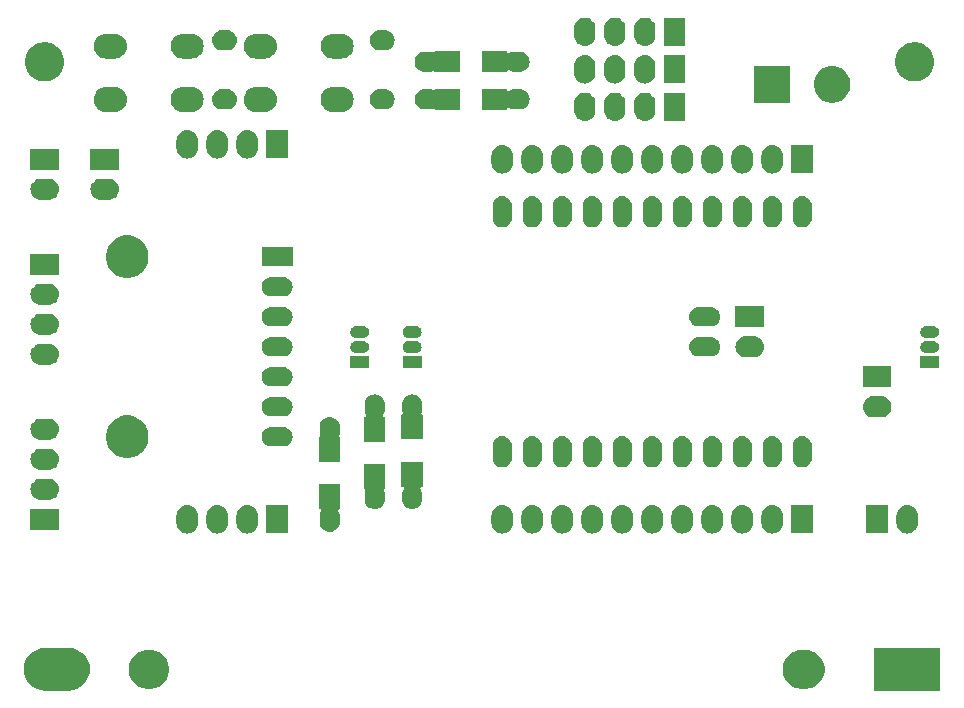
<source format=gts>
G04 #@! TF.GenerationSoftware,KiCad,Pcbnew,(5.1.6)-1*
G04 #@! TF.CreationDate,2020-10-11T12:38:22+02:00*
G04 #@! TF.ProjectId,AdaptaddorCubeCell,41646170-7461-4646-946f-724375626543,1.0*
G04 #@! TF.SameCoordinates,Original*
G04 #@! TF.FileFunction,Soldermask,Top*
G04 #@! TF.FilePolarity,Negative*
%FSLAX46Y46*%
G04 Gerber Fmt 4.6, Leading zero omitted, Abs format (unit mm)*
G04 Created by KiCad (PCBNEW (5.1.6)-1) date 2020-10-11 12:38:22*
%MOMM*%
%LPD*%
G01*
G04 APERTURE LIST*
%ADD10C,0.100000*%
G04 APERTURE END LIST*
D10*
G36*
X168536000Y-123086000D02*
G01*
X162934000Y-123086000D01*
X162934000Y-119484000D01*
X168536000Y-119484000D01*
X168536000Y-123086000D01*
G37*
G36*
X94911669Y-119492686D02*
G01*
X95088058Y-119510059D01*
X95427548Y-119613042D01*
X95427550Y-119613043D01*
X95740422Y-119780277D01*
X95740424Y-119780278D01*
X95740423Y-119780278D01*
X96014661Y-120005339D01*
X96239722Y-120279577D01*
X96406958Y-120592452D01*
X96509941Y-120931942D01*
X96544714Y-121285000D01*
X96509941Y-121638058D01*
X96406958Y-121977548D01*
X96406957Y-121977550D01*
X96239723Y-122290422D01*
X96014661Y-122564661D01*
X95740422Y-122789723D01*
X95427550Y-122956957D01*
X95427548Y-122956958D01*
X95088058Y-123059941D01*
X94911669Y-123077314D01*
X94823476Y-123086000D01*
X92646524Y-123086000D01*
X92558331Y-123077314D01*
X92381942Y-123059941D01*
X92042452Y-122956958D01*
X92042450Y-122956957D01*
X91729578Y-122789723D01*
X91455339Y-122564661D01*
X91230277Y-122290422D01*
X91063043Y-121977550D01*
X91063042Y-121977548D01*
X90960059Y-121638058D01*
X90925286Y-121285000D01*
X90960059Y-120931942D01*
X91063042Y-120592452D01*
X91230278Y-120279577D01*
X91455339Y-120005339D01*
X91729577Y-119780278D01*
X91729576Y-119780278D01*
X91729578Y-119780277D01*
X92042450Y-119613043D01*
X92042452Y-119613042D01*
X92381942Y-119510059D01*
X92558331Y-119492686D01*
X92646524Y-119484000D01*
X94823476Y-119484000D01*
X94911669Y-119492686D01*
G37*
G36*
X101975256Y-119676298D02*
G01*
X102081579Y-119697447D01*
X102382042Y-119821903D01*
X102652451Y-120002585D01*
X102882415Y-120232549D01*
X103063097Y-120502958D01*
X103187553Y-120803421D01*
X103251000Y-121122391D01*
X103251000Y-121447609D01*
X103187553Y-121766579D01*
X103063097Y-122067042D01*
X102882415Y-122337451D01*
X102652451Y-122567415D01*
X102382042Y-122748097D01*
X102081579Y-122872553D01*
X101975256Y-122893702D01*
X101762611Y-122936000D01*
X101317389Y-122936000D01*
X101104744Y-122893702D01*
X100998421Y-122872553D01*
X100697958Y-122748097D01*
X100427549Y-122567415D01*
X100197585Y-122337451D01*
X100016903Y-122067042D01*
X99892447Y-121766579D01*
X99829000Y-121447609D01*
X99829000Y-121122391D01*
X99892447Y-120803421D01*
X100016903Y-120502958D01*
X100197585Y-120232549D01*
X100427549Y-120002585D01*
X100697958Y-119821903D01*
X100998421Y-119697447D01*
X101104744Y-119676298D01*
X101317389Y-119634000D01*
X101762611Y-119634000D01*
X101975256Y-119676298D01*
G37*
G36*
X157465256Y-119676298D02*
G01*
X157571579Y-119697447D01*
X157872042Y-119821903D01*
X158142451Y-120002585D01*
X158372415Y-120232549D01*
X158553097Y-120502958D01*
X158677553Y-120803421D01*
X158741000Y-121122391D01*
X158741000Y-121447609D01*
X158677553Y-121766579D01*
X158553097Y-122067042D01*
X158372415Y-122337451D01*
X158142451Y-122567415D01*
X157872042Y-122748097D01*
X157571579Y-122872553D01*
X157465256Y-122893702D01*
X157252611Y-122936000D01*
X156682389Y-122936000D01*
X156469744Y-122893702D01*
X156363421Y-122872553D01*
X156062958Y-122748097D01*
X155792549Y-122567415D01*
X155562585Y-122337451D01*
X155381903Y-122067042D01*
X155257447Y-121766579D01*
X155194000Y-121447609D01*
X155194000Y-121122391D01*
X155257447Y-120803421D01*
X155381903Y-120502958D01*
X155562585Y-120232549D01*
X155792549Y-120002585D01*
X156062958Y-119821903D01*
X156363421Y-119697447D01*
X156469744Y-119676298D01*
X156682389Y-119634000D01*
X157252611Y-119634000D01*
X157465256Y-119676298D01*
G37*
G36*
X107491627Y-107397037D02*
G01*
X107661466Y-107448557D01*
X107817991Y-107532222D01*
X107835162Y-107546314D01*
X107955186Y-107644814D01*
X108030333Y-107736382D01*
X108067778Y-107782009D01*
X108151443Y-107938534D01*
X108202963Y-108108373D01*
X108202963Y-108108376D01*
X108216000Y-108240741D01*
X108216000Y-108929260D01*
X108209481Y-108995443D01*
X108202963Y-109061627D01*
X108151443Y-109231466D01*
X108067778Y-109387991D01*
X108038448Y-109423729D01*
X107955186Y-109525186D01*
X107817989Y-109637779D01*
X107661467Y-109721442D01*
X107661465Y-109721443D01*
X107491626Y-109772963D01*
X107315000Y-109790359D01*
X107138373Y-109772963D01*
X106968534Y-109721443D01*
X106812009Y-109637778D01*
X106776271Y-109608448D01*
X106674814Y-109525186D01*
X106562221Y-109387989D01*
X106478558Y-109231467D01*
X106478557Y-109231465D01*
X106427037Y-109061626D01*
X106416223Y-108951825D01*
X106414000Y-108929259D01*
X106414000Y-108240740D01*
X106427037Y-108108377D01*
X106427037Y-108108373D01*
X106478557Y-107938534D01*
X106562223Y-107782009D01*
X106599668Y-107736382D01*
X106674815Y-107644814D01*
X106794839Y-107546314D01*
X106812010Y-107532222D01*
X106968535Y-107448557D01*
X107138374Y-107397037D01*
X107315000Y-107379641D01*
X107491627Y-107397037D01*
G37*
G36*
X104951627Y-107397037D02*
G01*
X105121466Y-107448557D01*
X105277991Y-107532222D01*
X105295162Y-107546314D01*
X105415186Y-107644814D01*
X105490333Y-107736382D01*
X105527778Y-107782009D01*
X105611443Y-107938534D01*
X105662963Y-108108373D01*
X105662963Y-108108376D01*
X105676000Y-108240741D01*
X105676000Y-108929260D01*
X105669481Y-108995443D01*
X105662963Y-109061627D01*
X105611443Y-109231466D01*
X105527778Y-109387991D01*
X105498448Y-109423729D01*
X105415186Y-109525186D01*
X105277989Y-109637779D01*
X105121467Y-109721442D01*
X105121465Y-109721443D01*
X104951626Y-109772963D01*
X104775000Y-109790359D01*
X104598373Y-109772963D01*
X104428534Y-109721443D01*
X104272009Y-109637778D01*
X104236271Y-109608448D01*
X104134814Y-109525186D01*
X104022221Y-109387989D01*
X103938558Y-109231467D01*
X103938557Y-109231465D01*
X103887037Y-109061626D01*
X103876223Y-108951825D01*
X103874000Y-108929259D01*
X103874000Y-108240740D01*
X103887037Y-108108377D01*
X103887037Y-108108373D01*
X103938557Y-107938534D01*
X104022223Y-107782009D01*
X104059668Y-107736382D01*
X104134815Y-107644814D01*
X104254839Y-107546314D01*
X104272010Y-107532222D01*
X104428535Y-107448557D01*
X104598374Y-107397037D01*
X104775000Y-107379641D01*
X104951627Y-107397037D01*
G37*
G36*
X110031627Y-107397037D02*
G01*
X110201466Y-107448557D01*
X110357991Y-107532222D01*
X110375162Y-107546314D01*
X110495186Y-107644814D01*
X110570333Y-107736382D01*
X110607778Y-107782009D01*
X110691443Y-107938534D01*
X110742963Y-108108373D01*
X110742963Y-108108376D01*
X110756000Y-108240741D01*
X110756000Y-108929260D01*
X110749481Y-108995443D01*
X110742963Y-109061627D01*
X110691443Y-109231466D01*
X110607778Y-109387991D01*
X110578448Y-109423729D01*
X110495186Y-109525186D01*
X110357989Y-109637779D01*
X110201467Y-109721442D01*
X110201465Y-109721443D01*
X110031626Y-109772963D01*
X109855000Y-109790359D01*
X109678373Y-109772963D01*
X109508534Y-109721443D01*
X109352009Y-109637778D01*
X109316271Y-109608448D01*
X109214814Y-109525186D01*
X109102221Y-109387989D01*
X109018558Y-109231467D01*
X109018557Y-109231465D01*
X108967037Y-109061626D01*
X108956223Y-108951825D01*
X108954000Y-108929259D01*
X108954000Y-108240740D01*
X108967037Y-108108377D01*
X108967037Y-108108373D01*
X109018557Y-107938534D01*
X109102223Y-107782009D01*
X109139668Y-107736382D01*
X109214815Y-107644814D01*
X109334839Y-107546314D01*
X109352010Y-107532222D01*
X109508535Y-107448557D01*
X109678374Y-107397037D01*
X109855000Y-107379641D01*
X110031627Y-107397037D01*
G37*
G36*
X165911626Y-107397037D02*
G01*
X166081465Y-107448557D01*
X166081467Y-107448558D01*
X166237989Y-107532221D01*
X166375186Y-107644814D01*
X166450333Y-107736382D01*
X166487778Y-107782009D01*
X166571443Y-107938534D01*
X166622963Y-108108373D01*
X166622963Y-108108375D01*
X166636000Y-108240740D01*
X166636000Y-108929259D01*
X166633777Y-108951825D01*
X166622963Y-109061627D01*
X166571443Y-109231466D01*
X166487778Y-109387991D01*
X166458448Y-109423729D01*
X166375186Y-109525186D01*
X166273729Y-109608448D01*
X166237991Y-109637778D01*
X166081466Y-109721443D01*
X165911627Y-109772963D01*
X165735000Y-109790359D01*
X165558374Y-109772963D01*
X165388535Y-109721443D01*
X165232010Y-109637778D01*
X165196272Y-109608448D01*
X165094815Y-109525186D01*
X165011553Y-109423729D01*
X164982223Y-109387991D01*
X164898557Y-109231466D01*
X164847037Y-109061627D01*
X164836223Y-108951825D01*
X164834000Y-108929260D01*
X164834000Y-108240741D01*
X164847037Y-108108376D01*
X164847037Y-108108374D01*
X164898557Y-107938535D01*
X164936125Y-107868251D01*
X164982221Y-107782011D01*
X165094814Y-107644814D01*
X165214838Y-107546314D01*
X165232009Y-107532222D01*
X165388534Y-107448557D01*
X165558373Y-107397037D01*
X165735000Y-107379641D01*
X165911626Y-107397037D01*
G37*
G36*
X131621627Y-107397037D02*
G01*
X131791466Y-107448557D01*
X131947991Y-107532222D01*
X131965162Y-107546314D01*
X132085186Y-107644814D01*
X132160333Y-107736382D01*
X132197778Y-107782009D01*
X132281443Y-107938534D01*
X132332963Y-108108373D01*
X132332963Y-108108376D01*
X132346000Y-108240741D01*
X132346000Y-108929260D01*
X132339481Y-108995443D01*
X132332963Y-109061627D01*
X132281443Y-109231466D01*
X132197778Y-109387991D01*
X132168448Y-109423729D01*
X132085186Y-109525186D01*
X131947989Y-109637779D01*
X131791467Y-109721442D01*
X131791465Y-109721443D01*
X131621626Y-109772963D01*
X131445000Y-109790359D01*
X131268373Y-109772963D01*
X131098534Y-109721443D01*
X130942009Y-109637778D01*
X130906271Y-109608448D01*
X130804814Y-109525186D01*
X130692221Y-109387989D01*
X130608558Y-109231467D01*
X130608557Y-109231465D01*
X130557037Y-109061626D01*
X130546223Y-108951825D01*
X130544000Y-108929259D01*
X130544000Y-108240740D01*
X130557037Y-108108377D01*
X130557037Y-108108373D01*
X130608557Y-107938534D01*
X130692223Y-107782009D01*
X130729668Y-107736382D01*
X130804815Y-107644814D01*
X130924839Y-107546314D01*
X130942010Y-107532222D01*
X131098535Y-107448557D01*
X131268374Y-107397037D01*
X131445000Y-107379641D01*
X131621627Y-107397037D01*
G37*
G36*
X134161627Y-107397037D02*
G01*
X134331466Y-107448557D01*
X134487991Y-107532222D01*
X134505162Y-107546314D01*
X134625186Y-107644814D01*
X134700333Y-107736382D01*
X134737778Y-107782009D01*
X134821443Y-107938534D01*
X134872963Y-108108373D01*
X134872963Y-108108376D01*
X134886000Y-108240741D01*
X134886000Y-108929260D01*
X134879481Y-108995443D01*
X134872963Y-109061627D01*
X134821443Y-109231466D01*
X134737778Y-109387991D01*
X134708448Y-109423729D01*
X134625186Y-109525186D01*
X134487989Y-109637779D01*
X134331467Y-109721442D01*
X134331465Y-109721443D01*
X134161626Y-109772963D01*
X133985000Y-109790359D01*
X133808373Y-109772963D01*
X133638534Y-109721443D01*
X133482009Y-109637778D01*
X133446271Y-109608448D01*
X133344814Y-109525186D01*
X133232221Y-109387989D01*
X133148558Y-109231467D01*
X133148557Y-109231465D01*
X133097037Y-109061626D01*
X133086223Y-108951825D01*
X133084000Y-108929259D01*
X133084000Y-108240740D01*
X133097037Y-108108377D01*
X133097037Y-108108373D01*
X133148557Y-107938534D01*
X133232223Y-107782009D01*
X133269668Y-107736382D01*
X133344815Y-107644814D01*
X133464839Y-107546314D01*
X133482010Y-107532222D01*
X133638535Y-107448557D01*
X133808374Y-107397037D01*
X133985000Y-107379641D01*
X134161627Y-107397037D01*
G37*
G36*
X136701627Y-107397037D02*
G01*
X136871466Y-107448557D01*
X137027991Y-107532222D01*
X137045162Y-107546314D01*
X137165186Y-107644814D01*
X137240333Y-107736382D01*
X137277778Y-107782009D01*
X137361443Y-107938534D01*
X137412963Y-108108373D01*
X137412963Y-108108376D01*
X137426000Y-108240741D01*
X137426000Y-108929260D01*
X137419481Y-108995443D01*
X137412963Y-109061627D01*
X137361443Y-109231466D01*
X137277778Y-109387991D01*
X137248448Y-109423729D01*
X137165186Y-109525186D01*
X137027989Y-109637779D01*
X136871467Y-109721442D01*
X136871465Y-109721443D01*
X136701626Y-109772963D01*
X136525000Y-109790359D01*
X136348373Y-109772963D01*
X136178534Y-109721443D01*
X136022009Y-109637778D01*
X135986271Y-109608448D01*
X135884814Y-109525186D01*
X135772221Y-109387989D01*
X135688558Y-109231467D01*
X135688557Y-109231465D01*
X135637037Y-109061626D01*
X135626223Y-108951825D01*
X135624000Y-108929259D01*
X135624000Y-108240740D01*
X135637037Y-108108377D01*
X135637037Y-108108373D01*
X135688557Y-107938534D01*
X135772223Y-107782009D01*
X135809668Y-107736382D01*
X135884815Y-107644814D01*
X136004839Y-107546314D01*
X136022010Y-107532222D01*
X136178535Y-107448557D01*
X136348374Y-107397037D01*
X136525000Y-107379641D01*
X136701627Y-107397037D01*
G37*
G36*
X139241627Y-107397037D02*
G01*
X139411466Y-107448557D01*
X139567991Y-107532222D01*
X139585162Y-107546314D01*
X139705186Y-107644814D01*
X139780333Y-107736382D01*
X139817778Y-107782009D01*
X139901443Y-107938534D01*
X139952963Y-108108373D01*
X139952963Y-108108376D01*
X139966000Y-108240741D01*
X139966000Y-108929260D01*
X139959481Y-108995443D01*
X139952963Y-109061627D01*
X139901443Y-109231466D01*
X139817778Y-109387991D01*
X139788448Y-109423729D01*
X139705186Y-109525186D01*
X139567989Y-109637779D01*
X139411467Y-109721442D01*
X139411465Y-109721443D01*
X139241626Y-109772963D01*
X139065000Y-109790359D01*
X138888373Y-109772963D01*
X138718534Y-109721443D01*
X138562009Y-109637778D01*
X138526271Y-109608448D01*
X138424814Y-109525186D01*
X138312221Y-109387989D01*
X138228558Y-109231467D01*
X138228557Y-109231465D01*
X138177037Y-109061626D01*
X138166223Y-108951825D01*
X138164000Y-108929259D01*
X138164000Y-108240740D01*
X138177037Y-108108377D01*
X138177037Y-108108373D01*
X138228557Y-107938534D01*
X138312223Y-107782009D01*
X138349668Y-107736382D01*
X138424815Y-107644814D01*
X138544839Y-107546314D01*
X138562010Y-107532222D01*
X138718535Y-107448557D01*
X138888374Y-107397037D01*
X139065000Y-107379641D01*
X139241627Y-107397037D01*
G37*
G36*
X141781627Y-107397037D02*
G01*
X141951466Y-107448557D01*
X142107991Y-107532222D01*
X142125162Y-107546314D01*
X142245186Y-107644814D01*
X142320333Y-107736382D01*
X142357778Y-107782009D01*
X142441443Y-107938534D01*
X142492963Y-108108373D01*
X142492963Y-108108376D01*
X142506000Y-108240741D01*
X142506000Y-108929260D01*
X142499481Y-108995443D01*
X142492963Y-109061627D01*
X142441443Y-109231466D01*
X142357778Y-109387991D01*
X142328448Y-109423729D01*
X142245186Y-109525186D01*
X142107989Y-109637779D01*
X141951467Y-109721442D01*
X141951465Y-109721443D01*
X141781626Y-109772963D01*
X141605000Y-109790359D01*
X141428373Y-109772963D01*
X141258534Y-109721443D01*
X141102009Y-109637778D01*
X141066271Y-109608448D01*
X140964814Y-109525186D01*
X140852221Y-109387989D01*
X140768558Y-109231467D01*
X140768557Y-109231465D01*
X140717037Y-109061626D01*
X140706223Y-108951825D01*
X140704000Y-108929259D01*
X140704000Y-108240740D01*
X140717037Y-108108377D01*
X140717037Y-108108373D01*
X140768557Y-107938534D01*
X140852223Y-107782009D01*
X140889668Y-107736382D01*
X140964815Y-107644814D01*
X141084839Y-107546314D01*
X141102010Y-107532222D01*
X141258535Y-107448557D01*
X141428374Y-107397037D01*
X141605000Y-107379641D01*
X141781627Y-107397037D01*
G37*
G36*
X144321627Y-107397037D02*
G01*
X144491466Y-107448557D01*
X144647991Y-107532222D01*
X144665162Y-107546314D01*
X144785186Y-107644814D01*
X144860333Y-107736382D01*
X144897778Y-107782009D01*
X144981443Y-107938534D01*
X145032963Y-108108373D01*
X145032963Y-108108376D01*
X145046000Y-108240741D01*
X145046000Y-108929260D01*
X145039481Y-108995443D01*
X145032963Y-109061627D01*
X144981443Y-109231466D01*
X144897778Y-109387991D01*
X144868448Y-109423729D01*
X144785186Y-109525186D01*
X144647989Y-109637779D01*
X144491467Y-109721442D01*
X144491465Y-109721443D01*
X144321626Y-109772963D01*
X144145000Y-109790359D01*
X143968373Y-109772963D01*
X143798534Y-109721443D01*
X143642009Y-109637778D01*
X143606271Y-109608448D01*
X143504814Y-109525186D01*
X143392221Y-109387989D01*
X143308558Y-109231467D01*
X143308557Y-109231465D01*
X143257037Y-109061626D01*
X143246223Y-108951825D01*
X143244000Y-108929259D01*
X143244000Y-108240740D01*
X143257037Y-108108377D01*
X143257037Y-108108373D01*
X143308557Y-107938534D01*
X143392223Y-107782009D01*
X143429668Y-107736382D01*
X143504815Y-107644814D01*
X143624839Y-107546314D01*
X143642010Y-107532222D01*
X143798535Y-107448557D01*
X143968374Y-107397037D01*
X144145000Y-107379641D01*
X144321627Y-107397037D01*
G37*
G36*
X146861627Y-107397037D02*
G01*
X147031466Y-107448557D01*
X147187991Y-107532222D01*
X147205162Y-107546314D01*
X147325186Y-107644814D01*
X147400333Y-107736382D01*
X147437778Y-107782009D01*
X147521443Y-107938534D01*
X147572963Y-108108373D01*
X147572963Y-108108376D01*
X147586000Y-108240741D01*
X147586000Y-108929260D01*
X147579481Y-108995443D01*
X147572963Y-109061627D01*
X147521443Y-109231466D01*
X147437778Y-109387991D01*
X147408448Y-109423729D01*
X147325186Y-109525186D01*
X147187989Y-109637779D01*
X147031467Y-109721442D01*
X147031465Y-109721443D01*
X146861626Y-109772963D01*
X146685000Y-109790359D01*
X146508373Y-109772963D01*
X146338534Y-109721443D01*
X146182009Y-109637778D01*
X146146271Y-109608448D01*
X146044814Y-109525186D01*
X145932221Y-109387989D01*
X145848558Y-109231467D01*
X145848557Y-109231465D01*
X145797037Y-109061626D01*
X145786223Y-108951825D01*
X145784000Y-108929259D01*
X145784000Y-108240740D01*
X145797037Y-108108377D01*
X145797037Y-108108373D01*
X145848557Y-107938534D01*
X145932223Y-107782009D01*
X145969668Y-107736382D01*
X146044815Y-107644814D01*
X146164839Y-107546314D01*
X146182010Y-107532222D01*
X146338535Y-107448557D01*
X146508374Y-107397037D01*
X146685000Y-107379641D01*
X146861627Y-107397037D01*
G37*
G36*
X149401627Y-107397037D02*
G01*
X149571466Y-107448557D01*
X149727991Y-107532222D01*
X149745162Y-107546314D01*
X149865186Y-107644814D01*
X149940333Y-107736382D01*
X149977778Y-107782009D01*
X150061443Y-107938534D01*
X150112963Y-108108373D01*
X150112963Y-108108376D01*
X150126000Y-108240741D01*
X150126000Y-108929260D01*
X150119481Y-108995443D01*
X150112963Y-109061627D01*
X150061443Y-109231466D01*
X149977778Y-109387991D01*
X149948448Y-109423729D01*
X149865186Y-109525186D01*
X149727989Y-109637779D01*
X149571467Y-109721442D01*
X149571465Y-109721443D01*
X149401626Y-109772963D01*
X149225000Y-109790359D01*
X149048373Y-109772963D01*
X148878534Y-109721443D01*
X148722009Y-109637778D01*
X148686271Y-109608448D01*
X148584814Y-109525186D01*
X148472221Y-109387989D01*
X148388558Y-109231467D01*
X148388557Y-109231465D01*
X148337037Y-109061626D01*
X148326223Y-108951825D01*
X148324000Y-108929259D01*
X148324000Y-108240740D01*
X148337037Y-108108377D01*
X148337037Y-108108373D01*
X148388557Y-107938534D01*
X148472223Y-107782009D01*
X148509668Y-107736382D01*
X148584815Y-107644814D01*
X148704839Y-107546314D01*
X148722010Y-107532222D01*
X148878535Y-107448557D01*
X149048374Y-107397037D01*
X149225000Y-107379641D01*
X149401627Y-107397037D01*
G37*
G36*
X151941627Y-107397037D02*
G01*
X152111466Y-107448557D01*
X152267991Y-107532222D01*
X152285162Y-107546314D01*
X152405186Y-107644814D01*
X152480333Y-107736382D01*
X152517778Y-107782009D01*
X152601443Y-107938534D01*
X152652963Y-108108373D01*
X152652963Y-108108376D01*
X152666000Y-108240741D01*
X152666000Y-108929260D01*
X152659481Y-108995443D01*
X152652963Y-109061627D01*
X152601443Y-109231466D01*
X152517778Y-109387991D01*
X152488448Y-109423729D01*
X152405186Y-109525186D01*
X152267989Y-109637779D01*
X152111467Y-109721442D01*
X152111465Y-109721443D01*
X151941626Y-109772963D01*
X151765000Y-109790359D01*
X151588373Y-109772963D01*
X151418534Y-109721443D01*
X151262009Y-109637778D01*
X151226271Y-109608448D01*
X151124814Y-109525186D01*
X151012221Y-109387989D01*
X150928558Y-109231467D01*
X150928557Y-109231465D01*
X150877037Y-109061626D01*
X150866223Y-108951825D01*
X150864000Y-108929259D01*
X150864000Y-108240740D01*
X150877037Y-108108377D01*
X150877037Y-108108373D01*
X150928557Y-107938534D01*
X151012223Y-107782009D01*
X151049668Y-107736382D01*
X151124815Y-107644814D01*
X151244839Y-107546314D01*
X151262010Y-107532222D01*
X151418535Y-107448557D01*
X151588374Y-107397037D01*
X151765000Y-107379641D01*
X151941627Y-107397037D01*
G37*
G36*
X154481627Y-107397037D02*
G01*
X154651466Y-107448557D01*
X154807991Y-107532222D01*
X154825162Y-107546314D01*
X154945186Y-107644814D01*
X155020333Y-107736382D01*
X155057778Y-107782009D01*
X155141443Y-107938534D01*
X155192963Y-108108373D01*
X155192963Y-108108376D01*
X155206000Y-108240741D01*
X155206000Y-108929260D01*
X155199481Y-108995443D01*
X155192963Y-109061627D01*
X155141443Y-109231466D01*
X155057778Y-109387991D01*
X155028448Y-109423729D01*
X154945186Y-109525186D01*
X154807989Y-109637779D01*
X154651467Y-109721442D01*
X154651465Y-109721443D01*
X154481626Y-109772963D01*
X154305000Y-109790359D01*
X154128373Y-109772963D01*
X153958534Y-109721443D01*
X153802009Y-109637778D01*
X153766271Y-109608448D01*
X153664814Y-109525186D01*
X153552221Y-109387989D01*
X153468558Y-109231467D01*
X153468557Y-109231465D01*
X153417037Y-109061626D01*
X153406223Y-108951825D01*
X153404000Y-108929259D01*
X153404000Y-108240740D01*
X153417037Y-108108377D01*
X153417037Y-108108373D01*
X153468557Y-107938534D01*
X153552223Y-107782009D01*
X153589668Y-107736382D01*
X153664815Y-107644814D01*
X153784839Y-107546314D01*
X153802010Y-107532222D01*
X153958535Y-107448557D01*
X154128374Y-107397037D01*
X154305000Y-107379641D01*
X154481627Y-107397037D01*
G37*
G36*
X113296000Y-109786000D02*
G01*
X111494000Y-109786000D01*
X111494000Y-107384000D01*
X113296000Y-107384000D01*
X113296000Y-109786000D01*
G37*
G36*
X157746000Y-109786000D02*
G01*
X155944000Y-109786000D01*
X155944000Y-107384000D01*
X157746000Y-107384000D01*
X157746000Y-109786000D01*
G37*
G36*
X164096000Y-109786000D02*
G01*
X162294000Y-109786000D01*
X162294000Y-107384000D01*
X164096000Y-107384000D01*
X164096000Y-109786000D01*
G37*
G36*
X117741000Y-107731000D02*
G01*
X117663916Y-107731000D01*
X117639530Y-107733402D01*
X117616081Y-107740515D01*
X117594470Y-107752066D01*
X117575528Y-107767611D01*
X117559983Y-107786553D01*
X117548432Y-107808164D01*
X117541319Y-107831613D01*
X117538917Y-107855999D01*
X117541319Y-107880385D01*
X117548432Y-107903834D01*
X117553677Y-107914923D01*
X117630024Y-108057758D01*
X117678687Y-108218178D01*
X117691000Y-108343197D01*
X117691000Y-108826804D01*
X117678687Y-108951823D01*
X117630024Y-109112242D01*
X117566298Y-109231465D01*
X117551004Y-109260078D01*
X117446030Y-109387989D01*
X117444659Y-109389659D01*
X117315077Y-109496005D01*
X117167241Y-109575024D01*
X117006822Y-109623687D01*
X116840000Y-109640117D01*
X116673177Y-109623687D01*
X116512758Y-109575024D01*
X116364924Y-109496005D01*
X116364922Y-109496004D01*
X116235341Y-109389659D01*
X116233970Y-109387989D01*
X116128995Y-109260077D01*
X116049976Y-109112241D01*
X116001313Y-108951822D01*
X115989000Y-108826803D01*
X115989000Y-108343196D01*
X116001313Y-108218177D01*
X116049976Y-108057758D01*
X116126323Y-107914923D01*
X116135701Y-107892284D01*
X116140481Y-107868251D01*
X116140481Y-107843747D01*
X116135701Y-107819714D01*
X116126323Y-107797075D01*
X116112710Y-107776701D01*
X116095383Y-107759374D01*
X116075008Y-107745760D01*
X116052369Y-107736382D01*
X116028336Y-107731602D01*
X116016084Y-107731000D01*
X115939000Y-107731000D01*
X115939000Y-105629000D01*
X117741000Y-105629000D01*
X117741000Y-107731000D01*
G37*
G36*
X93911000Y-109486000D02*
G01*
X91509000Y-109486000D01*
X91509000Y-107684000D01*
X93911000Y-107684000D01*
X93911000Y-109486000D01*
G37*
G36*
X121551000Y-106017584D02*
G01*
X121542695Y-106018402D01*
X121519246Y-106025515D01*
X121497635Y-106037066D01*
X121478693Y-106052611D01*
X121463148Y-106071553D01*
X121451597Y-106093164D01*
X121444484Y-106116613D01*
X121442082Y-106140999D01*
X121447464Y-106177284D01*
X121488687Y-106313178D01*
X121501000Y-106438197D01*
X121501000Y-106921804D01*
X121488687Y-107046823D01*
X121440024Y-107207242D01*
X121369114Y-107339906D01*
X121361004Y-107355078D01*
X121337268Y-107384000D01*
X121254659Y-107484659D01*
X121125077Y-107591005D01*
X120977241Y-107670024D01*
X120816822Y-107718687D01*
X120650000Y-107735117D01*
X120483177Y-107718687D01*
X120322758Y-107670024D01*
X120174924Y-107591005D01*
X120174922Y-107591004D01*
X120045341Y-107484659D01*
X119938995Y-107355077D01*
X119859976Y-107207241D01*
X119811313Y-107046822D01*
X119799000Y-106921803D01*
X119799000Y-106438196D01*
X119811313Y-106313177D01*
X119852536Y-106177284D01*
X119857316Y-106153251D01*
X119857316Y-106128747D01*
X119852536Y-106104714D01*
X119843158Y-106082075D01*
X119829545Y-106061701D01*
X119812218Y-106044374D01*
X119791843Y-106030760D01*
X119769204Y-106021382D01*
X119749000Y-106017364D01*
X119749000Y-103914000D01*
X121551000Y-103914000D01*
X121551000Y-106017584D01*
G37*
G36*
X124726000Y-105826000D02*
G01*
X124648916Y-105826000D01*
X124624530Y-105828402D01*
X124601081Y-105835515D01*
X124579470Y-105847066D01*
X124560528Y-105862611D01*
X124544983Y-105881553D01*
X124533432Y-105903164D01*
X124526319Y-105926613D01*
X124523917Y-105950999D01*
X124526319Y-105975385D01*
X124533432Y-105998834D01*
X124538677Y-106009923D01*
X124615024Y-106152758D01*
X124663687Y-106313178D01*
X124676000Y-106438197D01*
X124676000Y-106921804D01*
X124663687Y-107046823D01*
X124615024Y-107207242D01*
X124544114Y-107339906D01*
X124536004Y-107355078D01*
X124512268Y-107384000D01*
X124429659Y-107484659D01*
X124300077Y-107591005D01*
X124152241Y-107670024D01*
X123991822Y-107718687D01*
X123825000Y-107735117D01*
X123658177Y-107718687D01*
X123497758Y-107670024D01*
X123349924Y-107591005D01*
X123349922Y-107591004D01*
X123220341Y-107484659D01*
X123113995Y-107355077D01*
X123034976Y-107207241D01*
X122986313Y-107046822D01*
X122974000Y-106921803D01*
X122974000Y-106438196D01*
X122986313Y-106313177D01*
X123034976Y-106152758D01*
X123111323Y-106009923D01*
X123120701Y-105987284D01*
X123125481Y-105963251D01*
X123125481Y-105938747D01*
X123120701Y-105914714D01*
X123111323Y-105892075D01*
X123097710Y-105871701D01*
X123080383Y-105854374D01*
X123060008Y-105840760D01*
X123037369Y-105831382D01*
X123013336Y-105826602D01*
X123001084Y-105826000D01*
X122924000Y-105826000D01*
X122924000Y-103724000D01*
X124726000Y-103724000D01*
X124726000Y-105826000D01*
G37*
G36*
X93120443Y-105150519D02*
G01*
X93186627Y-105157037D01*
X93356466Y-105208557D01*
X93512991Y-105292222D01*
X93548729Y-105321552D01*
X93650186Y-105404814D01*
X93733448Y-105506271D01*
X93762778Y-105542009D01*
X93846443Y-105698534D01*
X93897963Y-105868373D01*
X93915359Y-106045000D01*
X93897963Y-106221627D01*
X93846443Y-106391466D01*
X93762778Y-106547991D01*
X93733448Y-106583729D01*
X93650186Y-106685186D01*
X93548729Y-106768448D01*
X93512991Y-106797778D01*
X93356466Y-106881443D01*
X93186627Y-106932963D01*
X93120442Y-106939482D01*
X93054260Y-106946000D01*
X92365740Y-106946000D01*
X92299558Y-106939482D01*
X92233373Y-106932963D01*
X92063534Y-106881443D01*
X91907009Y-106797778D01*
X91871271Y-106768448D01*
X91769814Y-106685186D01*
X91686552Y-106583729D01*
X91657222Y-106547991D01*
X91573557Y-106391466D01*
X91522037Y-106221627D01*
X91504641Y-106045000D01*
X91522037Y-105868373D01*
X91573557Y-105698534D01*
X91657222Y-105542009D01*
X91686552Y-105506271D01*
X91769814Y-105404814D01*
X91871271Y-105321552D01*
X91907009Y-105292222D01*
X92063534Y-105208557D01*
X92233373Y-105157037D01*
X92299558Y-105150518D01*
X92365740Y-105144000D01*
X93054260Y-105144000D01*
X93120443Y-105150519D01*
G37*
G36*
X93120442Y-102610518D02*
G01*
X93186627Y-102617037D01*
X93356466Y-102668557D01*
X93512991Y-102752222D01*
X93548729Y-102781552D01*
X93650186Y-102864814D01*
X93733448Y-102966271D01*
X93762778Y-103002009D01*
X93846443Y-103158534D01*
X93897963Y-103328373D01*
X93915359Y-103505000D01*
X93897963Y-103681627D01*
X93846443Y-103851466D01*
X93762778Y-104007991D01*
X93733448Y-104043729D01*
X93650186Y-104145186D01*
X93548729Y-104228448D01*
X93512991Y-104257778D01*
X93356466Y-104341443D01*
X93186627Y-104392963D01*
X93120442Y-104399482D01*
X93054260Y-104406000D01*
X92365740Y-104406000D01*
X92299558Y-104399482D01*
X92233373Y-104392963D01*
X92063534Y-104341443D01*
X91907009Y-104257778D01*
X91871271Y-104228448D01*
X91769814Y-104145186D01*
X91686552Y-104043729D01*
X91657222Y-104007991D01*
X91573557Y-103851466D01*
X91522037Y-103681627D01*
X91504641Y-103505000D01*
X91522037Y-103328373D01*
X91573557Y-103158534D01*
X91657222Y-103002009D01*
X91686552Y-102966271D01*
X91769814Y-102864814D01*
X91871271Y-102781552D01*
X91907009Y-102752222D01*
X92063534Y-102668557D01*
X92233373Y-102617037D01*
X92299558Y-102610518D01*
X92365740Y-102604000D01*
X93054260Y-102604000D01*
X93120442Y-102610518D01*
G37*
G36*
X131604376Y-101568764D02*
G01*
X131754291Y-101614240D01*
X131757630Y-101615253D01*
X131898863Y-101690744D01*
X132022659Y-101792341D01*
X132124256Y-101916137D01*
X132199747Y-102057370D01*
X132199748Y-102057373D01*
X132246236Y-102210624D01*
X132258000Y-102330067D01*
X132258000Y-103409933D01*
X132246236Y-103529376D01*
X132200052Y-103681625D01*
X132199747Y-103682630D01*
X132124256Y-103823863D01*
X132022659Y-103947659D01*
X131898863Y-104049256D01*
X131757629Y-104124747D01*
X131757626Y-104124748D01*
X131604375Y-104171236D01*
X131445000Y-104186933D01*
X131285624Y-104171236D01*
X131132373Y-104124748D01*
X131132370Y-104124747D01*
X130991137Y-104049256D01*
X130867341Y-103947659D01*
X130765744Y-103823863D01*
X130690253Y-103682629D01*
X130689948Y-103681625D01*
X130643764Y-103529375D01*
X130632000Y-103409932D01*
X130632001Y-102330067D01*
X130643765Y-102210624D01*
X130690253Y-102057373D01*
X130690254Y-102057370D01*
X130765745Y-101916137D01*
X130867342Y-101792341D01*
X130991138Y-101690744D01*
X131132371Y-101615253D01*
X131135710Y-101614240D01*
X131285625Y-101568764D01*
X131445000Y-101553067D01*
X131604376Y-101568764D01*
G37*
G36*
X146844376Y-101568764D02*
G01*
X146994291Y-101614240D01*
X146997630Y-101615253D01*
X147138863Y-101690744D01*
X147262659Y-101792341D01*
X147364256Y-101916137D01*
X147439747Y-102057370D01*
X147439748Y-102057373D01*
X147486236Y-102210624D01*
X147498000Y-102330067D01*
X147498000Y-103409933D01*
X147486236Y-103529376D01*
X147440052Y-103681625D01*
X147439747Y-103682630D01*
X147364256Y-103823863D01*
X147262659Y-103947659D01*
X147138863Y-104049256D01*
X146997629Y-104124747D01*
X146997626Y-104124748D01*
X146844375Y-104171236D01*
X146685000Y-104186933D01*
X146525624Y-104171236D01*
X146372373Y-104124748D01*
X146372370Y-104124747D01*
X146231137Y-104049256D01*
X146107341Y-103947659D01*
X146005744Y-103823863D01*
X145930253Y-103682629D01*
X145929948Y-103681625D01*
X145883764Y-103529375D01*
X145872000Y-103409932D01*
X145872001Y-102330067D01*
X145883765Y-102210624D01*
X145930253Y-102057373D01*
X145930254Y-102057370D01*
X146005745Y-101916137D01*
X146107342Y-101792341D01*
X146231138Y-101690744D01*
X146372371Y-101615253D01*
X146375710Y-101614240D01*
X146525625Y-101568764D01*
X146685000Y-101553067D01*
X146844376Y-101568764D01*
G37*
G36*
X149384376Y-101568764D02*
G01*
X149534291Y-101614240D01*
X149537630Y-101615253D01*
X149678863Y-101690744D01*
X149802659Y-101792341D01*
X149904256Y-101916137D01*
X149979747Y-102057370D01*
X149979748Y-102057373D01*
X150026236Y-102210624D01*
X150038000Y-102330067D01*
X150038000Y-103409933D01*
X150026236Y-103529376D01*
X149980052Y-103681625D01*
X149979747Y-103682630D01*
X149904256Y-103823863D01*
X149802659Y-103947659D01*
X149678863Y-104049256D01*
X149537629Y-104124747D01*
X149537626Y-104124748D01*
X149384375Y-104171236D01*
X149225000Y-104186933D01*
X149065624Y-104171236D01*
X148912373Y-104124748D01*
X148912370Y-104124747D01*
X148771137Y-104049256D01*
X148647341Y-103947659D01*
X148545744Y-103823863D01*
X148470253Y-103682629D01*
X148469948Y-103681625D01*
X148423764Y-103529375D01*
X148412000Y-103409932D01*
X148412001Y-102330067D01*
X148423765Y-102210624D01*
X148470253Y-102057373D01*
X148470254Y-102057370D01*
X148545745Y-101916137D01*
X148647342Y-101792341D01*
X148771138Y-101690744D01*
X148912371Y-101615253D01*
X148915710Y-101614240D01*
X149065625Y-101568764D01*
X149225000Y-101553067D01*
X149384376Y-101568764D01*
G37*
G36*
X151924376Y-101568764D02*
G01*
X152074291Y-101614240D01*
X152077630Y-101615253D01*
X152218863Y-101690744D01*
X152342659Y-101792341D01*
X152444256Y-101916137D01*
X152519747Y-102057370D01*
X152519748Y-102057373D01*
X152566236Y-102210624D01*
X152578000Y-102330067D01*
X152578000Y-103409933D01*
X152566236Y-103529376D01*
X152520052Y-103681625D01*
X152519747Y-103682630D01*
X152444256Y-103823863D01*
X152342659Y-103947659D01*
X152218863Y-104049256D01*
X152077629Y-104124747D01*
X152077626Y-104124748D01*
X151924375Y-104171236D01*
X151765000Y-104186933D01*
X151605624Y-104171236D01*
X151452373Y-104124748D01*
X151452370Y-104124747D01*
X151311137Y-104049256D01*
X151187341Y-103947659D01*
X151085744Y-103823863D01*
X151010253Y-103682629D01*
X151009948Y-103681625D01*
X150963764Y-103529375D01*
X150952000Y-103409932D01*
X150952001Y-102330067D01*
X150963765Y-102210624D01*
X151010253Y-102057373D01*
X151010254Y-102057370D01*
X151085745Y-101916137D01*
X151187342Y-101792341D01*
X151311138Y-101690744D01*
X151452371Y-101615253D01*
X151455710Y-101614240D01*
X151605625Y-101568764D01*
X151765000Y-101553067D01*
X151924376Y-101568764D01*
G37*
G36*
X154464376Y-101568764D02*
G01*
X154614291Y-101614240D01*
X154617630Y-101615253D01*
X154758863Y-101690744D01*
X154882659Y-101792341D01*
X154984256Y-101916137D01*
X155059747Y-102057370D01*
X155059748Y-102057373D01*
X155106236Y-102210624D01*
X155118000Y-102330067D01*
X155118000Y-103409933D01*
X155106236Y-103529376D01*
X155060052Y-103681625D01*
X155059747Y-103682630D01*
X154984256Y-103823863D01*
X154882659Y-103947659D01*
X154758863Y-104049256D01*
X154617629Y-104124747D01*
X154617626Y-104124748D01*
X154464375Y-104171236D01*
X154305000Y-104186933D01*
X154145624Y-104171236D01*
X153992373Y-104124748D01*
X153992370Y-104124747D01*
X153851137Y-104049256D01*
X153727341Y-103947659D01*
X153625744Y-103823863D01*
X153550253Y-103682629D01*
X153549948Y-103681625D01*
X153503764Y-103529375D01*
X153492000Y-103409932D01*
X153492001Y-102330067D01*
X153503765Y-102210624D01*
X153550253Y-102057373D01*
X153550254Y-102057370D01*
X153625745Y-101916137D01*
X153727342Y-101792341D01*
X153851138Y-101690744D01*
X153992371Y-101615253D01*
X153995710Y-101614240D01*
X154145625Y-101568764D01*
X154305000Y-101553067D01*
X154464376Y-101568764D01*
G37*
G36*
X157004376Y-101568764D02*
G01*
X157154291Y-101614240D01*
X157157630Y-101615253D01*
X157298863Y-101690744D01*
X157422659Y-101792341D01*
X157524256Y-101916137D01*
X157599747Y-102057370D01*
X157599748Y-102057373D01*
X157646236Y-102210624D01*
X157658000Y-102330067D01*
X157658000Y-103409933D01*
X157646236Y-103529376D01*
X157600052Y-103681625D01*
X157599747Y-103682630D01*
X157524256Y-103823863D01*
X157422659Y-103947659D01*
X157298863Y-104049256D01*
X157157629Y-104124747D01*
X157157626Y-104124748D01*
X157004375Y-104171236D01*
X156845000Y-104186933D01*
X156685624Y-104171236D01*
X156532373Y-104124748D01*
X156532370Y-104124747D01*
X156391137Y-104049256D01*
X156267341Y-103947659D01*
X156165744Y-103823863D01*
X156090253Y-103682629D01*
X156089948Y-103681625D01*
X156043764Y-103529375D01*
X156032000Y-103409932D01*
X156032001Y-102330067D01*
X156043765Y-102210624D01*
X156090253Y-102057373D01*
X156090254Y-102057370D01*
X156165745Y-101916137D01*
X156267342Y-101792341D01*
X156391138Y-101690744D01*
X156532371Y-101615253D01*
X156535710Y-101614240D01*
X156685625Y-101568764D01*
X156845000Y-101553067D01*
X157004376Y-101568764D01*
G37*
G36*
X139224376Y-101568764D02*
G01*
X139374291Y-101614240D01*
X139377630Y-101615253D01*
X139518863Y-101690744D01*
X139642659Y-101792341D01*
X139744256Y-101916137D01*
X139819747Y-102057370D01*
X139819748Y-102057373D01*
X139866236Y-102210624D01*
X139878000Y-102330067D01*
X139878000Y-103409933D01*
X139866236Y-103529376D01*
X139820052Y-103681625D01*
X139819747Y-103682630D01*
X139744256Y-103823863D01*
X139642659Y-103947659D01*
X139518863Y-104049256D01*
X139377629Y-104124747D01*
X139377626Y-104124748D01*
X139224375Y-104171236D01*
X139065000Y-104186933D01*
X138905624Y-104171236D01*
X138752373Y-104124748D01*
X138752370Y-104124747D01*
X138611137Y-104049256D01*
X138487341Y-103947659D01*
X138385744Y-103823863D01*
X138310253Y-103682629D01*
X138309948Y-103681625D01*
X138263764Y-103529375D01*
X138252000Y-103409932D01*
X138252001Y-102330067D01*
X138263765Y-102210624D01*
X138310253Y-102057373D01*
X138310254Y-102057370D01*
X138385745Y-101916137D01*
X138487342Y-101792341D01*
X138611138Y-101690744D01*
X138752371Y-101615253D01*
X138755710Y-101614240D01*
X138905625Y-101568764D01*
X139065000Y-101553067D01*
X139224376Y-101568764D01*
G37*
G36*
X141764376Y-101568764D02*
G01*
X141914291Y-101614240D01*
X141917630Y-101615253D01*
X142058863Y-101690744D01*
X142182659Y-101792341D01*
X142284256Y-101916137D01*
X142359747Y-102057370D01*
X142359748Y-102057373D01*
X142406236Y-102210624D01*
X142418000Y-102330067D01*
X142418000Y-103409933D01*
X142406236Y-103529376D01*
X142360052Y-103681625D01*
X142359747Y-103682630D01*
X142284256Y-103823863D01*
X142182659Y-103947659D01*
X142058863Y-104049256D01*
X141917629Y-104124747D01*
X141917626Y-104124748D01*
X141764375Y-104171236D01*
X141605000Y-104186933D01*
X141445624Y-104171236D01*
X141292373Y-104124748D01*
X141292370Y-104124747D01*
X141151137Y-104049256D01*
X141027341Y-103947659D01*
X140925744Y-103823863D01*
X140850253Y-103682629D01*
X140849948Y-103681625D01*
X140803764Y-103529375D01*
X140792000Y-103409932D01*
X140792001Y-102330067D01*
X140803765Y-102210624D01*
X140850253Y-102057373D01*
X140850254Y-102057370D01*
X140925745Y-101916137D01*
X141027342Y-101792341D01*
X141151138Y-101690744D01*
X141292371Y-101615253D01*
X141295710Y-101614240D01*
X141445625Y-101568764D01*
X141605000Y-101553067D01*
X141764376Y-101568764D01*
G37*
G36*
X144304376Y-101568764D02*
G01*
X144454291Y-101614240D01*
X144457630Y-101615253D01*
X144598863Y-101690744D01*
X144722659Y-101792341D01*
X144824256Y-101916137D01*
X144899747Y-102057370D01*
X144899748Y-102057373D01*
X144946236Y-102210624D01*
X144958000Y-102330067D01*
X144958000Y-103409933D01*
X144946236Y-103529376D01*
X144900052Y-103681625D01*
X144899747Y-103682630D01*
X144824256Y-103823863D01*
X144722659Y-103947659D01*
X144598863Y-104049256D01*
X144457629Y-104124747D01*
X144457626Y-104124748D01*
X144304375Y-104171236D01*
X144145000Y-104186933D01*
X143985624Y-104171236D01*
X143832373Y-104124748D01*
X143832370Y-104124747D01*
X143691137Y-104049256D01*
X143567341Y-103947659D01*
X143465744Y-103823863D01*
X143390253Y-103682629D01*
X143389948Y-103681625D01*
X143343764Y-103529375D01*
X143332000Y-103409932D01*
X143332001Y-102330067D01*
X143343765Y-102210624D01*
X143390253Y-102057373D01*
X143390254Y-102057370D01*
X143465745Y-101916137D01*
X143567342Y-101792341D01*
X143691138Y-101690744D01*
X143832371Y-101615253D01*
X143835710Y-101614240D01*
X143985625Y-101568764D01*
X144145000Y-101553067D01*
X144304376Y-101568764D01*
G37*
G36*
X134144376Y-101568764D02*
G01*
X134294291Y-101614240D01*
X134297630Y-101615253D01*
X134438863Y-101690744D01*
X134562659Y-101792341D01*
X134664256Y-101916137D01*
X134739747Y-102057370D01*
X134739748Y-102057373D01*
X134786236Y-102210624D01*
X134798000Y-102330067D01*
X134798000Y-103409933D01*
X134786236Y-103529376D01*
X134740052Y-103681625D01*
X134739747Y-103682630D01*
X134664256Y-103823863D01*
X134562659Y-103947659D01*
X134438863Y-104049256D01*
X134297629Y-104124747D01*
X134297626Y-104124748D01*
X134144375Y-104171236D01*
X133985000Y-104186933D01*
X133825624Y-104171236D01*
X133672373Y-104124748D01*
X133672370Y-104124747D01*
X133531137Y-104049256D01*
X133407341Y-103947659D01*
X133305744Y-103823863D01*
X133230253Y-103682629D01*
X133229948Y-103681625D01*
X133183764Y-103529375D01*
X133172000Y-103409932D01*
X133172001Y-102330067D01*
X133183765Y-102210624D01*
X133230253Y-102057373D01*
X133230254Y-102057370D01*
X133305745Y-101916137D01*
X133407342Y-101792341D01*
X133531138Y-101690744D01*
X133672371Y-101615253D01*
X133675710Y-101614240D01*
X133825625Y-101568764D01*
X133985000Y-101553067D01*
X134144376Y-101568764D01*
G37*
G36*
X136684376Y-101568764D02*
G01*
X136834291Y-101614240D01*
X136837630Y-101615253D01*
X136978863Y-101690744D01*
X137102659Y-101792341D01*
X137204256Y-101916137D01*
X137279747Y-102057370D01*
X137279748Y-102057373D01*
X137326236Y-102210624D01*
X137338000Y-102330067D01*
X137338000Y-103409933D01*
X137326236Y-103529376D01*
X137280052Y-103681625D01*
X137279747Y-103682630D01*
X137204256Y-103823863D01*
X137102659Y-103947659D01*
X136978863Y-104049256D01*
X136837629Y-104124747D01*
X136837626Y-104124748D01*
X136684375Y-104171236D01*
X136525000Y-104186933D01*
X136365624Y-104171236D01*
X136212373Y-104124748D01*
X136212370Y-104124747D01*
X136071137Y-104049256D01*
X135947341Y-103947659D01*
X135845744Y-103823863D01*
X135770253Y-103682629D01*
X135769948Y-103681625D01*
X135723764Y-103529375D01*
X135712000Y-103409932D01*
X135712001Y-102330067D01*
X135723765Y-102210624D01*
X135770253Y-102057373D01*
X135770254Y-102057370D01*
X135845745Y-101916137D01*
X135947342Y-101792341D01*
X136071138Y-101690744D01*
X136212371Y-101615253D01*
X136215710Y-101614240D01*
X136365625Y-101568764D01*
X136525000Y-101553067D01*
X136684376Y-101568764D01*
G37*
G36*
X117006823Y-99926313D02*
G01*
X117167242Y-99974976D01*
X117213205Y-99999544D01*
X117315078Y-100053996D01*
X117444659Y-100160341D01*
X117551004Y-100289922D01*
X117551005Y-100289924D01*
X117630024Y-100437758D01*
X117630025Y-100437761D01*
X117637381Y-100462011D01*
X117678687Y-100598178D01*
X117691000Y-100723197D01*
X117691000Y-101206804D01*
X117678687Y-101331823D01*
X117637464Y-101467716D01*
X117632684Y-101491749D01*
X117632684Y-101516253D01*
X117637464Y-101540286D01*
X117646842Y-101562925D01*
X117660455Y-101583299D01*
X117677782Y-101600626D01*
X117698157Y-101614240D01*
X117720796Y-101623618D01*
X117741000Y-101627636D01*
X117741000Y-103731000D01*
X115939000Y-103731000D01*
X115939000Y-101627416D01*
X115947305Y-101626598D01*
X115970754Y-101619485D01*
X115992365Y-101607934D01*
X116011307Y-101592389D01*
X116026852Y-101573447D01*
X116038403Y-101551836D01*
X116045516Y-101528387D01*
X116047918Y-101504001D01*
X116042536Y-101467716D01*
X116001313Y-101331822D01*
X115989000Y-101206803D01*
X115989000Y-100723196D01*
X116001313Y-100598177D01*
X116049976Y-100437758D01*
X116128995Y-100289924D01*
X116128996Y-100289922D01*
X116235342Y-100160341D01*
X116364923Y-100053996D01*
X116466796Y-99999544D01*
X116512759Y-99974976D01*
X116673178Y-99926313D01*
X116840000Y-99909883D01*
X117006823Y-99926313D01*
G37*
G36*
X100221790Y-99863403D02*
G01*
X100491150Y-99974976D01*
X100550462Y-99999544D01*
X100631955Y-100053996D01*
X100791112Y-100160341D01*
X100846258Y-100197189D01*
X101097811Y-100448742D01*
X101281196Y-100723196D01*
X101295457Y-100744540D01*
X101431597Y-101073210D01*
X101501000Y-101422123D01*
X101501000Y-101777877D01*
X101431597Y-102126790D01*
X101295457Y-102455460D01*
X101153070Y-102668558D01*
X101097811Y-102751258D01*
X100846258Y-103002811D01*
X100550462Y-103200456D01*
X100550461Y-103200457D01*
X100550460Y-103200457D01*
X100221790Y-103336597D01*
X99872877Y-103406000D01*
X99517123Y-103406000D01*
X99168210Y-103336597D01*
X98839540Y-103200457D01*
X98839539Y-103200457D01*
X98839538Y-103200456D01*
X98543742Y-103002811D01*
X98292189Y-102751258D01*
X98236931Y-102668558D01*
X98094543Y-102455460D01*
X97958403Y-102126790D01*
X97889000Y-101777877D01*
X97889000Y-101422123D01*
X97958403Y-101073210D01*
X98094543Y-100744540D01*
X98108805Y-100723196D01*
X98292189Y-100448742D01*
X98543742Y-100197189D01*
X98598889Y-100160341D01*
X98758045Y-100053996D01*
X98839538Y-99999544D01*
X98898850Y-99974976D01*
X99168210Y-99863403D01*
X99517123Y-99794000D01*
X99872877Y-99794000D01*
X100221790Y-99863403D01*
G37*
G36*
X112948894Y-100788375D02*
G01*
X113054376Y-100798764D01*
X113207627Y-100845252D01*
X113207630Y-100845253D01*
X113348863Y-100920744D01*
X113472659Y-101022341D01*
X113574256Y-101146137D01*
X113649747Y-101287370D01*
X113649748Y-101287373D01*
X113696236Y-101440624D01*
X113711933Y-101600000D01*
X113696236Y-101759376D01*
X113686236Y-101792341D01*
X113649747Y-101912630D01*
X113574256Y-102053863D01*
X113472659Y-102177659D01*
X113348863Y-102279256D01*
X113207630Y-102354747D01*
X113207627Y-102354748D01*
X113054376Y-102401236D01*
X112974747Y-102409079D01*
X112934934Y-102413000D01*
X111855066Y-102413000D01*
X111815253Y-102409079D01*
X111735624Y-102401236D01*
X111582373Y-102354748D01*
X111582370Y-102354747D01*
X111441137Y-102279256D01*
X111317341Y-102177659D01*
X111215744Y-102053863D01*
X111140253Y-101912630D01*
X111103764Y-101792341D01*
X111093764Y-101759376D01*
X111078067Y-101600000D01*
X111093764Y-101440624D01*
X111140252Y-101287373D01*
X111140253Y-101287370D01*
X111215744Y-101146137D01*
X111317341Y-101022341D01*
X111441137Y-100920744D01*
X111582370Y-100845253D01*
X111582373Y-100845252D01*
X111735624Y-100798764D01*
X111841106Y-100788375D01*
X111855066Y-100787000D01*
X112934934Y-100787000D01*
X112948894Y-100788375D01*
G37*
G36*
X120816823Y-98021313D02*
G01*
X120977242Y-98069976D01*
X121109906Y-98140886D01*
X121125078Y-98148996D01*
X121254659Y-98255341D01*
X121361004Y-98384922D01*
X121361005Y-98384924D01*
X121440024Y-98532758D01*
X121440025Y-98532761D01*
X121447381Y-98557011D01*
X121488687Y-98693178D01*
X121501000Y-98818197D01*
X121501000Y-99301804D01*
X121488687Y-99426823D01*
X121440024Y-99587242D01*
X121363677Y-99730077D01*
X121354299Y-99752716D01*
X121349519Y-99776749D01*
X121349519Y-99801253D01*
X121354299Y-99825286D01*
X121363677Y-99847925D01*
X121377290Y-99868299D01*
X121394617Y-99885626D01*
X121414992Y-99899240D01*
X121437631Y-99908618D01*
X121461664Y-99913398D01*
X121473916Y-99914000D01*
X121551000Y-99914000D01*
X121551000Y-102016000D01*
X119749000Y-102016000D01*
X119749000Y-99914000D01*
X119826084Y-99914000D01*
X119850470Y-99911598D01*
X119873919Y-99904485D01*
X119895530Y-99892934D01*
X119914472Y-99877389D01*
X119930017Y-99858447D01*
X119941568Y-99836836D01*
X119948681Y-99813387D01*
X119951083Y-99789001D01*
X119948681Y-99764615D01*
X119936323Y-99730077D01*
X119859976Y-99587241D01*
X119811313Y-99426822D01*
X119799000Y-99301803D01*
X119799000Y-98818196D01*
X119811313Y-98693177D01*
X119859976Y-98532758D01*
X119938995Y-98384924D01*
X119938996Y-98384922D01*
X120045342Y-98255341D01*
X120174923Y-98148996D01*
X120190095Y-98140886D01*
X120322759Y-98069976D01*
X120483178Y-98021313D01*
X120650000Y-98004883D01*
X120816823Y-98021313D01*
G37*
G36*
X93120442Y-100070518D02*
G01*
X93186627Y-100077037D01*
X93356466Y-100128557D01*
X93512991Y-100212222D01*
X93548729Y-100241552D01*
X93650186Y-100324814D01*
X93733448Y-100426271D01*
X93762778Y-100462009D01*
X93846443Y-100618534D01*
X93897963Y-100788373D01*
X93915359Y-100965000D01*
X93897963Y-101141627D01*
X93846443Y-101311466D01*
X93762778Y-101467991D01*
X93743280Y-101491749D01*
X93650186Y-101605186D01*
X93548729Y-101688448D01*
X93512991Y-101717778D01*
X93356466Y-101801443D01*
X93186627Y-101852963D01*
X93120443Y-101859481D01*
X93054260Y-101866000D01*
X92365740Y-101866000D01*
X92299558Y-101859482D01*
X92233373Y-101852963D01*
X92063534Y-101801443D01*
X91907009Y-101717778D01*
X91871271Y-101688448D01*
X91769814Y-101605186D01*
X91676720Y-101491749D01*
X91657222Y-101467991D01*
X91573557Y-101311466D01*
X91522037Y-101141627D01*
X91504641Y-100965000D01*
X91522037Y-100788373D01*
X91573557Y-100618534D01*
X91657222Y-100462009D01*
X91686552Y-100426271D01*
X91769814Y-100324814D01*
X91871271Y-100241552D01*
X91907009Y-100212222D01*
X92063534Y-100128557D01*
X92233373Y-100077037D01*
X92299557Y-100070519D01*
X92365740Y-100064000D01*
X93054260Y-100064000D01*
X93120442Y-100070518D01*
G37*
G36*
X123991823Y-98021313D02*
G01*
X124152242Y-98069976D01*
X124284906Y-98140886D01*
X124300078Y-98148996D01*
X124429659Y-98255341D01*
X124536004Y-98384922D01*
X124536005Y-98384924D01*
X124615024Y-98532758D01*
X124615025Y-98532761D01*
X124622381Y-98557011D01*
X124663687Y-98693178D01*
X124676000Y-98818197D01*
X124676000Y-99301804D01*
X124663687Y-99426823D01*
X124622464Y-99562716D01*
X124617684Y-99586749D01*
X124617684Y-99611253D01*
X124622464Y-99635286D01*
X124631842Y-99657925D01*
X124645455Y-99678299D01*
X124662782Y-99695626D01*
X124683157Y-99709240D01*
X124705796Y-99718618D01*
X124726000Y-99722636D01*
X124726000Y-101826000D01*
X122924000Y-101826000D01*
X122924000Y-99722416D01*
X122932305Y-99721598D01*
X122955754Y-99714485D01*
X122977365Y-99702934D01*
X122996307Y-99687389D01*
X123011852Y-99668447D01*
X123023403Y-99646836D01*
X123030516Y-99623387D01*
X123032918Y-99599001D01*
X123027536Y-99562716D01*
X122986313Y-99426822D01*
X122974000Y-99301803D01*
X122974000Y-98818196D01*
X122986313Y-98693177D01*
X123034976Y-98532758D01*
X123113995Y-98384924D01*
X123113996Y-98384922D01*
X123220342Y-98255341D01*
X123349923Y-98148996D01*
X123365095Y-98140886D01*
X123497759Y-98069976D01*
X123658178Y-98021313D01*
X123825000Y-98004883D01*
X123991823Y-98021313D01*
G37*
G36*
X163605443Y-98165519D02*
G01*
X163671627Y-98172037D01*
X163841466Y-98223557D01*
X163997991Y-98307222D01*
X164033729Y-98336552D01*
X164135186Y-98419814D01*
X164218448Y-98521271D01*
X164247778Y-98557009D01*
X164331443Y-98713534D01*
X164382963Y-98883373D01*
X164400359Y-99060000D01*
X164382963Y-99236627D01*
X164331443Y-99406466D01*
X164247778Y-99562991D01*
X164218448Y-99598729D01*
X164135186Y-99700186D01*
X164041892Y-99776749D01*
X163997991Y-99812778D01*
X163841466Y-99896443D01*
X163671627Y-99947963D01*
X163605443Y-99954481D01*
X163539260Y-99961000D01*
X162850740Y-99961000D01*
X162784557Y-99954481D01*
X162718373Y-99947963D01*
X162548534Y-99896443D01*
X162392009Y-99812778D01*
X162348108Y-99776749D01*
X162254814Y-99700186D01*
X162171552Y-99598729D01*
X162142222Y-99562991D01*
X162058557Y-99406466D01*
X162007037Y-99236627D01*
X161989641Y-99060000D01*
X162007037Y-98883373D01*
X162058557Y-98713534D01*
X162142222Y-98557009D01*
X162171552Y-98521271D01*
X162254814Y-98419814D01*
X162356271Y-98336552D01*
X162392009Y-98307222D01*
X162548534Y-98223557D01*
X162718373Y-98172037D01*
X162784557Y-98165519D01*
X162850740Y-98159000D01*
X163539260Y-98159000D01*
X163605443Y-98165519D01*
G37*
G36*
X112974747Y-98250921D02*
G01*
X113054376Y-98258764D01*
X113207627Y-98305252D01*
X113207630Y-98305253D01*
X113348863Y-98380744D01*
X113472659Y-98482341D01*
X113574256Y-98606137D01*
X113649747Y-98747370D01*
X113649748Y-98747373D01*
X113696236Y-98900624D01*
X113711933Y-99060000D01*
X113696236Y-99219376D01*
X113671233Y-99301799D01*
X113649747Y-99372630D01*
X113574256Y-99513863D01*
X113472659Y-99637659D01*
X113348863Y-99739256D01*
X113207630Y-99814747D01*
X113207627Y-99814748D01*
X113054376Y-99861236D01*
X112982663Y-99868299D01*
X112934934Y-99873000D01*
X111855066Y-99873000D01*
X111807337Y-99868299D01*
X111735624Y-99861236D01*
X111582373Y-99814748D01*
X111582370Y-99814747D01*
X111441137Y-99739256D01*
X111317341Y-99637659D01*
X111215744Y-99513863D01*
X111140253Y-99372630D01*
X111118767Y-99301799D01*
X111093764Y-99219376D01*
X111078067Y-99060000D01*
X111093764Y-98900624D01*
X111140252Y-98747373D01*
X111140253Y-98747370D01*
X111215744Y-98606137D01*
X111317341Y-98482341D01*
X111441137Y-98380744D01*
X111582370Y-98305253D01*
X111582373Y-98305252D01*
X111735624Y-98258764D01*
X111815253Y-98250921D01*
X111855066Y-98247000D01*
X112934934Y-98247000D01*
X112974747Y-98250921D01*
G37*
G36*
X164396000Y-97421000D02*
G01*
X161994000Y-97421000D01*
X161994000Y-95619000D01*
X164396000Y-95619000D01*
X164396000Y-97421000D01*
G37*
G36*
X112974747Y-95710921D02*
G01*
X113054376Y-95718764D01*
X113207627Y-95765252D01*
X113207630Y-95765253D01*
X113348863Y-95840744D01*
X113472659Y-95942341D01*
X113574256Y-96066137D01*
X113649747Y-96207370D01*
X113649748Y-96207373D01*
X113696236Y-96360624D01*
X113711933Y-96520000D01*
X113696236Y-96679376D01*
X113649748Y-96832627D01*
X113649747Y-96832630D01*
X113574256Y-96973863D01*
X113472659Y-97097659D01*
X113348863Y-97199256D01*
X113207630Y-97274747D01*
X113207627Y-97274748D01*
X113054376Y-97321236D01*
X112974747Y-97329079D01*
X112934934Y-97333000D01*
X111855066Y-97333000D01*
X111815253Y-97329079D01*
X111735624Y-97321236D01*
X111582373Y-97274748D01*
X111582370Y-97274747D01*
X111441137Y-97199256D01*
X111317341Y-97097659D01*
X111215744Y-96973863D01*
X111140253Y-96832630D01*
X111140252Y-96832627D01*
X111093764Y-96679376D01*
X111078067Y-96520000D01*
X111093764Y-96360624D01*
X111140252Y-96207373D01*
X111140253Y-96207370D01*
X111215744Y-96066137D01*
X111317341Y-95942341D01*
X111441137Y-95840744D01*
X111582370Y-95765253D01*
X111582373Y-95765252D01*
X111735624Y-95718764D01*
X111815253Y-95710921D01*
X111855066Y-95707000D01*
X112934934Y-95707000D01*
X112974747Y-95710921D01*
G37*
G36*
X168441000Y-95751000D02*
G01*
X166839000Y-95751000D01*
X166839000Y-94749000D01*
X168441000Y-94749000D01*
X168441000Y-95751000D01*
G37*
G36*
X120181000Y-95751000D02*
G01*
X118579000Y-95751000D01*
X118579000Y-94749000D01*
X120181000Y-94749000D01*
X120181000Y-95751000D01*
G37*
G36*
X124626000Y-95751000D02*
G01*
X123024000Y-95751000D01*
X123024000Y-94749000D01*
X124626000Y-94749000D01*
X124626000Y-95751000D01*
G37*
G36*
X93120443Y-93720519D02*
G01*
X93186627Y-93727037D01*
X93356466Y-93778557D01*
X93356468Y-93778558D01*
X93402893Y-93803373D01*
X93512991Y-93862222D01*
X93536831Y-93881787D01*
X93650186Y-93974814D01*
X93733448Y-94076271D01*
X93762778Y-94112009D01*
X93846443Y-94268534D01*
X93897963Y-94438373D01*
X93915359Y-94615000D01*
X93897963Y-94791627D01*
X93846443Y-94961466D01*
X93762778Y-95117991D01*
X93733448Y-95153729D01*
X93650186Y-95255186D01*
X93548729Y-95338448D01*
X93512991Y-95367778D01*
X93356466Y-95451443D01*
X93186627Y-95502963D01*
X93120443Y-95509481D01*
X93054260Y-95516000D01*
X92365740Y-95516000D01*
X92299557Y-95509481D01*
X92233373Y-95502963D01*
X92063534Y-95451443D01*
X91907009Y-95367778D01*
X91871271Y-95338448D01*
X91769814Y-95255186D01*
X91686552Y-95153729D01*
X91657222Y-95117991D01*
X91573557Y-94961466D01*
X91522037Y-94791627D01*
X91504641Y-94615000D01*
X91522037Y-94438373D01*
X91573557Y-94268534D01*
X91657222Y-94112009D01*
X91686552Y-94076271D01*
X91769814Y-93974814D01*
X91883169Y-93881787D01*
X91907009Y-93862222D01*
X92017107Y-93803373D01*
X92063532Y-93778558D01*
X92063534Y-93778557D01*
X92233373Y-93727037D01*
X92299557Y-93720519D01*
X92365740Y-93714000D01*
X93054260Y-93714000D01*
X93120443Y-93720519D01*
G37*
G36*
X152810443Y-93085519D02*
G01*
X152876627Y-93092037D01*
X153046466Y-93143557D01*
X153202991Y-93227222D01*
X153238729Y-93256552D01*
X153340186Y-93339814D01*
X153423448Y-93441271D01*
X153452778Y-93477009D01*
X153536443Y-93633534D01*
X153587963Y-93803373D01*
X153605359Y-93980000D01*
X153587963Y-94156627D01*
X153536443Y-94326466D01*
X153452778Y-94482991D01*
X153423448Y-94518729D01*
X153340186Y-94620186D01*
X153238729Y-94703448D01*
X153202991Y-94732778D01*
X153046466Y-94816443D01*
X152876627Y-94867963D01*
X152810443Y-94874481D01*
X152744260Y-94881000D01*
X152055740Y-94881000D01*
X151989557Y-94874481D01*
X151923373Y-94867963D01*
X151753534Y-94816443D01*
X151597009Y-94732778D01*
X151561271Y-94703448D01*
X151459814Y-94620186D01*
X151376552Y-94518729D01*
X151347222Y-94482991D01*
X151263557Y-94326466D01*
X151212037Y-94156627D01*
X151194641Y-93980000D01*
X151212037Y-93803373D01*
X151263557Y-93633534D01*
X151347222Y-93477009D01*
X151376552Y-93441271D01*
X151459814Y-93339814D01*
X151561271Y-93256552D01*
X151597009Y-93227222D01*
X151753534Y-93143557D01*
X151923373Y-93092037D01*
X151989557Y-93085519D01*
X152055740Y-93079000D01*
X152744260Y-93079000D01*
X152810443Y-93085519D01*
G37*
G36*
X149169747Y-93170921D02*
G01*
X149249376Y-93178764D01*
X149402627Y-93225252D01*
X149402630Y-93225253D01*
X149543863Y-93300744D01*
X149667659Y-93402341D01*
X149769256Y-93526137D01*
X149844747Y-93667370D01*
X149844748Y-93667373D01*
X149891236Y-93820624D01*
X149906933Y-93980000D01*
X149891236Y-94139376D01*
X149844748Y-94292627D01*
X149844747Y-94292630D01*
X149769256Y-94433863D01*
X149667659Y-94557659D01*
X149543863Y-94659256D01*
X149402630Y-94734747D01*
X149402627Y-94734748D01*
X149249376Y-94781236D01*
X149169747Y-94789079D01*
X149129934Y-94793000D01*
X148050066Y-94793000D01*
X148010253Y-94789079D01*
X147930624Y-94781236D01*
X147777373Y-94734748D01*
X147777370Y-94734747D01*
X147636137Y-94659256D01*
X147512341Y-94557659D01*
X147410744Y-94433863D01*
X147335253Y-94292630D01*
X147335252Y-94292627D01*
X147288764Y-94139376D01*
X147273067Y-93980000D01*
X147288764Y-93820624D01*
X147335252Y-93667373D01*
X147335253Y-93667370D01*
X147410744Y-93526137D01*
X147512341Y-93402341D01*
X147636137Y-93300744D01*
X147777370Y-93225253D01*
X147777373Y-93225252D01*
X147930624Y-93178764D01*
X148010253Y-93170921D01*
X148050066Y-93167000D01*
X149129934Y-93167000D01*
X149169747Y-93170921D01*
G37*
G36*
X112974747Y-93170921D02*
G01*
X113054376Y-93178764D01*
X113207627Y-93225252D01*
X113207630Y-93225253D01*
X113348863Y-93300744D01*
X113472659Y-93402341D01*
X113574256Y-93526137D01*
X113649747Y-93667370D01*
X113649748Y-93667373D01*
X113696236Y-93820624D01*
X113711933Y-93980000D01*
X113696236Y-94139376D01*
X113649748Y-94292627D01*
X113649747Y-94292630D01*
X113574256Y-94433863D01*
X113472659Y-94557659D01*
X113348863Y-94659256D01*
X113207630Y-94734747D01*
X113207627Y-94734748D01*
X113054376Y-94781236D01*
X112974747Y-94789079D01*
X112934934Y-94793000D01*
X111855066Y-94793000D01*
X111815253Y-94789079D01*
X111735624Y-94781236D01*
X111582373Y-94734748D01*
X111582370Y-94734747D01*
X111441137Y-94659256D01*
X111317341Y-94557659D01*
X111215744Y-94433863D01*
X111140253Y-94292630D01*
X111140252Y-94292627D01*
X111093764Y-94139376D01*
X111078067Y-93980000D01*
X111093764Y-93820624D01*
X111140252Y-93667373D01*
X111140253Y-93667370D01*
X111215744Y-93526137D01*
X111317341Y-93402341D01*
X111441137Y-93300744D01*
X111582370Y-93225253D01*
X111582373Y-93225252D01*
X111735624Y-93178764D01*
X111815253Y-93170921D01*
X111855066Y-93167000D01*
X112934934Y-93167000D01*
X112974747Y-93170921D01*
G37*
G36*
X119778213Y-93486249D02*
G01*
X119872652Y-93514897D01*
X119959687Y-93561418D01*
X120035975Y-93624025D01*
X120098582Y-93700313D01*
X120145103Y-93787348D01*
X120173751Y-93881787D01*
X120183424Y-93980000D01*
X120173751Y-94078213D01*
X120145103Y-94172652D01*
X120098582Y-94259687D01*
X120035975Y-94335975D01*
X119959687Y-94398582D01*
X119872652Y-94445103D01*
X119778213Y-94473751D01*
X119704612Y-94481000D01*
X119055388Y-94481000D01*
X118981787Y-94473751D01*
X118887348Y-94445103D01*
X118800313Y-94398582D01*
X118724025Y-94335975D01*
X118661418Y-94259687D01*
X118614897Y-94172652D01*
X118586249Y-94078213D01*
X118576576Y-93980000D01*
X118586249Y-93881787D01*
X118614897Y-93787348D01*
X118661418Y-93700313D01*
X118724025Y-93624025D01*
X118800313Y-93561418D01*
X118887348Y-93514897D01*
X118981787Y-93486249D01*
X119055388Y-93479000D01*
X119704612Y-93479000D01*
X119778213Y-93486249D01*
G37*
G36*
X124223213Y-93486249D02*
G01*
X124317652Y-93514897D01*
X124404687Y-93561418D01*
X124480975Y-93624025D01*
X124543582Y-93700313D01*
X124590103Y-93787348D01*
X124618751Y-93881787D01*
X124628424Y-93980000D01*
X124618751Y-94078213D01*
X124590103Y-94172652D01*
X124543582Y-94259687D01*
X124480975Y-94335975D01*
X124404687Y-94398582D01*
X124317652Y-94445103D01*
X124223213Y-94473751D01*
X124149612Y-94481000D01*
X123500388Y-94481000D01*
X123426787Y-94473751D01*
X123332348Y-94445103D01*
X123245313Y-94398582D01*
X123169025Y-94335975D01*
X123106418Y-94259687D01*
X123059897Y-94172652D01*
X123031249Y-94078213D01*
X123021576Y-93980000D01*
X123031249Y-93881787D01*
X123059897Y-93787348D01*
X123106418Y-93700313D01*
X123169025Y-93624025D01*
X123245313Y-93561418D01*
X123332348Y-93514897D01*
X123426787Y-93486249D01*
X123500388Y-93479000D01*
X124149612Y-93479000D01*
X124223213Y-93486249D01*
G37*
G36*
X168038213Y-93486249D02*
G01*
X168132652Y-93514897D01*
X168219687Y-93561418D01*
X168295975Y-93624025D01*
X168358582Y-93700313D01*
X168405103Y-93787348D01*
X168433751Y-93881787D01*
X168443424Y-93980000D01*
X168433751Y-94078213D01*
X168405103Y-94172652D01*
X168358582Y-94259687D01*
X168295975Y-94335975D01*
X168219687Y-94398582D01*
X168132652Y-94445103D01*
X168038213Y-94473751D01*
X167964612Y-94481000D01*
X167315388Y-94481000D01*
X167241787Y-94473751D01*
X167147348Y-94445103D01*
X167060313Y-94398582D01*
X166984025Y-94335975D01*
X166921418Y-94259687D01*
X166874897Y-94172652D01*
X166846249Y-94078213D01*
X166836576Y-93980000D01*
X166846249Y-93881787D01*
X166874897Y-93787348D01*
X166921418Y-93700313D01*
X166984025Y-93624025D01*
X167060313Y-93561418D01*
X167147348Y-93514897D01*
X167241787Y-93486249D01*
X167315388Y-93479000D01*
X167964612Y-93479000D01*
X168038213Y-93486249D01*
G37*
G36*
X124223213Y-92216249D02*
G01*
X124317652Y-92244897D01*
X124404687Y-92291418D01*
X124480975Y-92354025D01*
X124543582Y-92430313D01*
X124590103Y-92517348D01*
X124618751Y-92611787D01*
X124628424Y-92710000D01*
X124618751Y-92808213D01*
X124590103Y-92902652D01*
X124543582Y-92989687D01*
X124480975Y-93065975D01*
X124404687Y-93128582D01*
X124317652Y-93175103D01*
X124223213Y-93203751D01*
X124149612Y-93211000D01*
X123500388Y-93211000D01*
X123426787Y-93203751D01*
X123332348Y-93175103D01*
X123245313Y-93128582D01*
X123169025Y-93065975D01*
X123106418Y-92989687D01*
X123059897Y-92902652D01*
X123031249Y-92808213D01*
X123021576Y-92710000D01*
X123031249Y-92611787D01*
X123059897Y-92517348D01*
X123106418Y-92430313D01*
X123169025Y-92354025D01*
X123245313Y-92291418D01*
X123332348Y-92244897D01*
X123426787Y-92216249D01*
X123500388Y-92209000D01*
X124149612Y-92209000D01*
X124223213Y-92216249D01*
G37*
G36*
X168038213Y-92216249D02*
G01*
X168132652Y-92244897D01*
X168219687Y-92291418D01*
X168295975Y-92354025D01*
X168358582Y-92430313D01*
X168405103Y-92517348D01*
X168433751Y-92611787D01*
X168443424Y-92710000D01*
X168433751Y-92808213D01*
X168405103Y-92902652D01*
X168358582Y-92989687D01*
X168295975Y-93065975D01*
X168219687Y-93128582D01*
X168132652Y-93175103D01*
X168038213Y-93203751D01*
X167964612Y-93211000D01*
X167315388Y-93211000D01*
X167241787Y-93203751D01*
X167147348Y-93175103D01*
X167060313Y-93128582D01*
X166984025Y-93065975D01*
X166921418Y-92989687D01*
X166874897Y-92902652D01*
X166846249Y-92808213D01*
X166836576Y-92710000D01*
X166846249Y-92611787D01*
X166874897Y-92517348D01*
X166921418Y-92430313D01*
X166984025Y-92354025D01*
X167060313Y-92291418D01*
X167147348Y-92244897D01*
X167241787Y-92216249D01*
X167315388Y-92209000D01*
X167964612Y-92209000D01*
X168038213Y-92216249D01*
G37*
G36*
X119778213Y-92216249D02*
G01*
X119872652Y-92244897D01*
X119959687Y-92291418D01*
X120035975Y-92354025D01*
X120098582Y-92430313D01*
X120145103Y-92517348D01*
X120173751Y-92611787D01*
X120183424Y-92710000D01*
X120173751Y-92808213D01*
X120145103Y-92902652D01*
X120098582Y-92989687D01*
X120035975Y-93065975D01*
X119959687Y-93128582D01*
X119872652Y-93175103D01*
X119778213Y-93203751D01*
X119704612Y-93211000D01*
X119055388Y-93211000D01*
X118981787Y-93203751D01*
X118887348Y-93175103D01*
X118800313Y-93128582D01*
X118724025Y-93065975D01*
X118661418Y-92989687D01*
X118614897Y-92902652D01*
X118586249Y-92808213D01*
X118576576Y-92710000D01*
X118586249Y-92611787D01*
X118614897Y-92517348D01*
X118661418Y-92430313D01*
X118724025Y-92354025D01*
X118800313Y-92291418D01*
X118887348Y-92244897D01*
X118981787Y-92216249D01*
X119055388Y-92209000D01*
X119704612Y-92209000D01*
X119778213Y-92216249D01*
G37*
G36*
X93120442Y-91180518D02*
G01*
X93186627Y-91187037D01*
X93356466Y-91238557D01*
X93512991Y-91322222D01*
X93548729Y-91351552D01*
X93650186Y-91434814D01*
X93733448Y-91536271D01*
X93762778Y-91572009D01*
X93846443Y-91728534D01*
X93897963Y-91898373D01*
X93915359Y-92075000D01*
X93897963Y-92251627D01*
X93846443Y-92421466D01*
X93762778Y-92577991D01*
X93733448Y-92613729D01*
X93650186Y-92715186D01*
X93548729Y-92798448D01*
X93512991Y-92827778D01*
X93512989Y-92827779D01*
X93372917Y-92902650D01*
X93356466Y-92911443D01*
X93186627Y-92962963D01*
X93120442Y-92969482D01*
X93054260Y-92976000D01*
X92365740Y-92976000D01*
X92299558Y-92969482D01*
X92233373Y-92962963D01*
X92063534Y-92911443D01*
X92047084Y-92902650D01*
X91907011Y-92827779D01*
X91907009Y-92827778D01*
X91871271Y-92798448D01*
X91769814Y-92715186D01*
X91686552Y-92613729D01*
X91657222Y-92577991D01*
X91573557Y-92421466D01*
X91522037Y-92251627D01*
X91504641Y-92075000D01*
X91522037Y-91898373D01*
X91573557Y-91728534D01*
X91657222Y-91572009D01*
X91686552Y-91536271D01*
X91769814Y-91434814D01*
X91871271Y-91351552D01*
X91907009Y-91322222D01*
X92063534Y-91238557D01*
X92233373Y-91187037D01*
X92299558Y-91180518D01*
X92365740Y-91174000D01*
X93054260Y-91174000D01*
X93120442Y-91180518D01*
G37*
G36*
X153601000Y-92341000D02*
G01*
X151199000Y-92341000D01*
X151199000Y-90539000D01*
X153601000Y-90539000D01*
X153601000Y-92341000D01*
G37*
G36*
X149169747Y-90630921D02*
G01*
X149249376Y-90638764D01*
X149402627Y-90685252D01*
X149402630Y-90685253D01*
X149543863Y-90760744D01*
X149667659Y-90862341D01*
X149769256Y-90986137D01*
X149844747Y-91127370D01*
X149844748Y-91127373D01*
X149891236Y-91280624D01*
X149906933Y-91440000D01*
X149891236Y-91599376D01*
X149844748Y-91752627D01*
X149844747Y-91752630D01*
X149769256Y-91893863D01*
X149667659Y-92017659D01*
X149543863Y-92119256D01*
X149402630Y-92194747D01*
X149402627Y-92194748D01*
X149249376Y-92241236D01*
X149169747Y-92249079D01*
X149129934Y-92253000D01*
X148050066Y-92253000D01*
X148010253Y-92249079D01*
X147930624Y-92241236D01*
X147777373Y-92194748D01*
X147777370Y-92194747D01*
X147636137Y-92119256D01*
X147512341Y-92017659D01*
X147410744Y-91893863D01*
X147335253Y-91752630D01*
X147335252Y-91752627D01*
X147288764Y-91599376D01*
X147273067Y-91440000D01*
X147288764Y-91280624D01*
X147335252Y-91127373D01*
X147335253Y-91127370D01*
X147410744Y-90986137D01*
X147512341Y-90862341D01*
X147636137Y-90760744D01*
X147777370Y-90685253D01*
X147777373Y-90685252D01*
X147930624Y-90638764D01*
X148010253Y-90630921D01*
X148050066Y-90627000D01*
X149129934Y-90627000D01*
X149169747Y-90630921D01*
G37*
G36*
X112974747Y-90630921D02*
G01*
X113054376Y-90638764D01*
X113207627Y-90685252D01*
X113207630Y-90685253D01*
X113348863Y-90760744D01*
X113472659Y-90862341D01*
X113574256Y-90986137D01*
X113649747Y-91127370D01*
X113649748Y-91127373D01*
X113696236Y-91280624D01*
X113711933Y-91440000D01*
X113696236Y-91599376D01*
X113649748Y-91752627D01*
X113649747Y-91752630D01*
X113574256Y-91893863D01*
X113472659Y-92017659D01*
X113348863Y-92119256D01*
X113207630Y-92194747D01*
X113207627Y-92194748D01*
X113054376Y-92241236D01*
X112974747Y-92249079D01*
X112934934Y-92253000D01*
X111855066Y-92253000D01*
X111815253Y-92249079D01*
X111735624Y-92241236D01*
X111582373Y-92194748D01*
X111582370Y-92194747D01*
X111441137Y-92119256D01*
X111317341Y-92017659D01*
X111215744Y-91893863D01*
X111140253Y-91752630D01*
X111140252Y-91752627D01*
X111093764Y-91599376D01*
X111078067Y-91440000D01*
X111093764Y-91280624D01*
X111140252Y-91127373D01*
X111140253Y-91127370D01*
X111215744Y-90986137D01*
X111317341Y-90862341D01*
X111441137Y-90760744D01*
X111582370Y-90685253D01*
X111582373Y-90685252D01*
X111735624Y-90638764D01*
X111815253Y-90630921D01*
X111855066Y-90627000D01*
X112934934Y-90627000D01*
X112974747Y-90630921D01*
G37*
G36*
X93120443Y-88640519D02*
G01*
X93186627Y-88647037D01*
X93356466Y-88698557D01*
X93512991Y-88782222D01*
X93548729Y-88811552D01*
X93650186Y-88894814D01*
X93733448Y-88996271D01*
X93762778Y-89032009D01*
X93846443Y-89188534D01*
X93897963Y-89358373D01*
X93915359Y-89535000D01*
X93897963Y-89711627D01*
X93846443Y-89881466D01*
X93762778Y-90037991D01*
X93733448Y-90073729D01*
X93650186Y-90175186D01*
X93548729Y-90258448D01*
X93512991Y-90287778D01*
X93356466Y-90371443D01*
X93186627Y-90422963D01*
X93120443Y-90429481D01*
X93054260Y-90436000D01*
X92365740Y-90436000D01*
X92299557Y-90429481D01*
X92233373Y-90422963D01*
X92063534Y-90371443D01*
X91907009Y-90287778D01*
X91871271Y-90258448D01*
X91769814Y-90175186D01*
X91686552Y-90073729D01*
X91657222Y-90037991D01*
X91573557Y-89881466D01*
X91522037Y-89711627D01*
X91504641Y-89535000D01*
X91522037Y-89358373D01*
X91573557Y-89188534D01*
X91657222Y-89032009D01*
X91686552Y-88996271D01*
X91769814Y-88894814D01*
X91871271Y-88811552D01*
X91907009Y-88782222D01*
X92063534Y-88698557D01*
X92233373Y-88647037D01*
X92299557Y-88640519D01*
X92365740Y-88634000D01*
X93054260Y-88634000D01*
X93120443Y-88640519D01*
G37*
G36*
X112974747Y-88090921D02*
G01*
X113054376Y-88098764D01*
X113207627Y-88145252D01*
X113207630Y-88145253D01*
X113348863Y-88220744D01*
X113472659Y-88322341D01*
X113574256Y-88446137D01*
X113649747Y-88587370D01*
X113649748Y-88587373D01*
X113696236Y-88740624D01*
X113711933Y-88900000D01*
X113696236Y-89059376D01*
X113649748Y-89212627D01*
X113649747Y-89212630D01*
X113574256Y-89353863D01*
X113472659Y-89477659D01*
X113348863Y-89579256D01*
X113207630Y-89654747D01*
X113207627Y-89654748D01*
X113054376Y-89701236D01*
X112974747Y-89709079D01*
X112934934Y-89713000D01*
X111855066Y-89713000D01*
X111815253Y-89709079D01*
X111735624Y-89701236D01*
X111582373Y-89654748D01*
X111582370Y-89654747D01*
X111441137Y-89579256D01*
X111317341Y-89477659D01*
X111215744Y-89353863D01*
X111140253Y-89212630D01*
X111140252Y-89212627D01*
X111093764Y-89059376D01*
X111078067Y-88900000D01*
X111093764Y-88740624D01*
X111140252Y-88587373D01*
X111140253Y-88587370D01*
X111215744Y-88446137D01*
X111317341Y-88322341D01*
X111441137Y-88220744D01*
X111582370Y-88145253D01*
X111582373Y-88145252D01*
X111735624Y-88098764D01*
X111815253Y-88090921D01*
X111855066Y-88087000D01*
X112934934Y-88087000D01*
X112974747Y-88090921D01*
G37*
G36*
X100221790Y-84623403D02*
G01*
X100550460Y-84759543D01*
X100550462Y-84759544D01*
X100699363Y-84859037D01*
X100846257Y-84957188D01*
X101097812Y-85208743D01*
X101295457Y-85504540D01*
X101431597Y-85833210D01*
X101501000Y-86182123D01*
X101501000Y-86537877D01*
X101431597Y-86886790D01*
X101295457Y-87215460D01*
X101295456Y-87215462D01*
X101097811Y-87511258D01*
X100846258Y-87762811D01*
X100550462Y-87960456D01*
X100550461Y-87960457D01*
X100550460Y-87960457D01*
X100221790Y-88096597D01*
X99872877Y-88166000D01*
X99517123Y-88166000D01*
X99168210Y-88096597D01*
X98839540Y-87960457D01*
X98839539Y-87960457D01*
X98839538Y-87960456D01*
X98543742Y-87762811D01*
X98292189Y-87511258D01*
X98094544Y-87215462D01*
X98094543Y-87215460D01*
X97958403Y-86886790D01*
X97889000Y-86537877D01*
X97889000Y-86182123D01*
X97958403Y-85833210D01*
X98094543Y-85504540D01*
X98292188Y-85208743D01*
X98543743Y-84957188D01*
X98690637Y-84859037D01*
X98839538Y-84759544D01*
X98839540Y-84759543D01*
X99168210Y-84623403D01*
X99517123Y-84554000D01*
X99872877Y-84554000D01*
X100221790Y-84623403D01*
G37*
G36*
X93911000Y-87896000D02*
G01*
X91509000Y-87896000D01*
X91509000Y-86094000D01*
X93911000Y-86094000D01*
X93911000Y-87896000D01*
G37*
G36*
X113708000Y-87173000D02*
G01*
X111082000Y-87173000D01*
X111082000Y-85547000D01*
X113708000Y-85547000D01*
X113708000Y-87173000D01*
G37*
G36*
X134144376Y-81248764D02*
G01*
X134297627Y-81295252D01*
X134297630Y-81295253D01*
X134438863Y-81370744D01*
X134562659Y-81472341D01*
X134664256Y-81596137D01*
X134739747Y-81737370D01*
X134739748Y-81737373D01*
X134786236Y-81890624D01*
X134798000Y-82010067D01*
X134798000Y-83089933D01*
X134786236Y-83209376D01*
X134739748Y-83362626D01*
X134739747Y-83362630D01*
X134664256Y-83503863D01*
X134562659Y-83627659D01*
X134438863Y-83729256D01*
X134297629Y-83804747D01*
X134297626Y-83804748D01*
X134144375Y-83851236D01*
X133985000Y-83866933D01*
X133825624Y-83851236D01*
X133672373Y-83804748D01*
X133672370Y-83804747D01*
X133531137Y-83729256D01*
X133407341Y-83627659D01*
X133305744Y-83503863D01*
X133230253Y-83362629D01*
X133230252Y-83362626D01*
X133183764Y-83209375D01*
X133172000Y-83089932D01*
X133172001Y-82010067D01*
X133183765Y-81890624D01*
X133230253Y-81737373D01*
X133230254Y-81737370D01*
X133305745Y-81596137D01*
X133407342Y-81472341D01*
X133531138Y-81370744D01*
X133672371Y-81295253D01*
X133672374Y-81295252D01*
X133825625Y-81248764D01*
X133985000Y-81233067D01*
X134144376Y-81248764D01*
G37*
G36*
X149384376Y-81248764D02*
G01*
X149537627Y-81295252D01*
X149537630Y-81295253D01*
X149678863Y-81370744D01*
X149802659Y-81472341D01*
X149904256Y-81596137D01*
X149979747Y-81737370D01*
X149979748Y-81737373D01*
X150026236Y-81890624D01*
X150038000Y-82010067D01*
X150038000Y-83089933D01*
X150026236Y-83209376D01*
X149979748Y-83362626D01*
X149979747Y-83362630D01*
X149904256Y-83503863D01*
X149802659Y-83627659D01*
X149678863Y-83729256D01*
X149537629Y-83804747D01*
X149537626Y-83804748D01*
X149384375Y-83851236D01*
X149225000Y-83866933D01*
X149065624Y-83851236D01*
X148912373Y-83804748D01*
X148912370Y-83804747D01*
X148771137Y-83729256D01*
X148647341Y-83627659D01*
X148545744Y-83503863D01*
X148470253Y-83362629D01*
X148470252Y-83362626D01*
X148423764Y-83209375D01*
X148412000Y-83089932D01*
X148412001Y-82010067D01*
X148423765Y-81890624D01*
X148470253Y-81737373D01*
X148470254Y-81737370D01*
X148545745Y-81596137D01*
X148647342Y-81472341D01*
X148771138Y-81370744D01*
X148912371Y-81295253D01*
X148912374Y-81295252D01*
X149065625Y-81248764D01*
X149225000Y-81233067D01*
X149384376Y-81248764D01*
G37*
G36*
X157004376Y-81248764D02*
G01*
X157157627Y-81295252D01*
X157157630Y-81295253D01*
X157298863Y-81370744D01*
X157422659Y-81472341D01*
X157524256Y-81596137D01*
X157599747Y-81737370D01*
X157599748Y-81737373D01*
X157646236Y-81890624D01*
X157658000Y-82010067D01*
X157658000Y-83089933D01*
X157646236Y-83209376D01*
X157599748Y-83362626D01*
X157599747Y-83362630D01*
X157524256Y-83503863D01*
X157422659Y-83627659D01*
X157298863Y-83729256D01*
X157157629Y-83804747D01*
X157157626Y-83804748D01*
X157004375Y-83851236D01*
X156845000Y-83866933D01*
X156685624Y-83851236D01*
X156532373Y-83804748D01*
X156532370Y-83804747D01*
X156391137Y-83729256D01*
X156267341Y-83627659D01*
X156165744Y-83503863D01*
X156090253Y-83362629D01*
X156090252Y-83362626D01*
X156043764Y-83209375D01*
X156032000Y-83089932D01*
X156032001Y-82010067D01*
X156043765Y-81890624D01*
X156090253Y-81737373D01*
X156090254Y-81737370D01*
X156165745Y-81596137D01*
X156267342Y-81472341D01*
X156391138Y-81370744D01*
X156532371Y-81295253D01*
X156532374Y-81295252D01*
X156685625Y-81248764D01*
X156845000Y-81233067D01*
X157004376Y-81248764D01*
G37*
G36*
X154464376Y-81248764D02*
G01*
X154617627Y-81295252D01*
X154617630Y-81295253D01*
X154758863Y-81370744D01*
X154882659Y-81472341D01*
X154984256Y-81596137D01*
X155059747Y-81737370D01*
X155059748Y-81737373D01*
X155106236Y-81890624D01*
X155118000Y-82010067D01*
X155118000Y-83089933D01*
X155106236Y-83209376D01*
X155059748Y-83362626D01*
X155059747Y-83362630D01*
X154984256Y-83503863D01*
X154882659Y-83627659D01*
X154758863Y-83729256D01*
X154617629Y-83804747D01*
X154617626Y-83804748D01*
X154464375Y-83851236D01*
X154305000Y-83866933D01*
X154145624Y-83851236D01*
X153992373Y-83804748D01*
X153992370Y-83804747D01*
X153851137Y-83729256D01*
X153727341Y-83627659D01*
X153625744Y-83503863D01*
X153550253Y-83362629D01*
X153550252Y-83362626D01*
X153503764Y-83209375D01*
X153492000Y-83089932D01*
X153492001Y-82010067D01*
X153503765Y-81890624D01*
X153550253Y-81737373D01*
X153550254Y-81737370D01*
X153625745Y-81596137D01*
X153727342Y-81472341D01*
X153851138Y-81370744D01*
X153992371Y-81295253D01*
X153992374Y-81295252D01*
X154145625Y-81248764D01*
X154305000Y-81233067D01*
X154464376Y-81248764D01*
G37*
G36*
X151924376Y-81248764D02*
G01*
X152077627Y-81295252D01*
X152077630Y-81295253D01*
X152218863Y-81370744D01*
X152342659Y-81472341D01*
X152444256Y-81596137D01*
X152519747Y-81737370D01*
X152519748Y-81737373D01*
X152566236Y-81890624D01*
X152578000Y-82010067D01*
X152578000Y-83089933D01*
X152566236Y-83209376D01*
X152519748Y-83362626D01*
X152519747Y-83362630D01*
X152444256Y-83503863D01*
X152342659Y-83627659D01*
X152218863Y-83729256D01*
X152077629Y-83804747D01*
X152077626Y-83804748D01*
X151924375Y-83851236D01*
X151765000Y-83866933D01*
X151605624Y-83851236D01*
X151452373Y-83804748D01*
X151452370Y-83804747D01*
X151311137Y-83729256D01*
X151187341Y-83627659D01*
X151085744Y-83503863D01*
X151010253Y-83362629D01*
X151010252Y-83362626D01*
X150963764Y-83209375D01*
X150952000Y-83089932D01*
X150952001Y-82010067D01*
X150963765Y-81890624D01*
X151010253Y-81737373D01*
X151010254Y-81737370D01*
X151085745Y-81596137D01*
X151187342Y-81472341D01*
X151311138Y-81370744D01*
X151452371Y-81295253D01*
X151452374Y-81295252D01*
X151605625Y-81248764D01*
X151765000Y-81233067D01*
X151924376Y-81248764D01*
G37*
G36*
X144304376Y-81248764D02*
G01*
X144457627Y-81295252D01*
X144457630Y-81295253D01*
X144598863Y-81370744D01*
X144722659Y-81472341D01*
X144824256Y-81596137D01*
X144899747Y-81737370D01*
X144899748Y-81737373D01*
X144946236Y-81890624D01*
X144958000Y-82010067D01*
X144958000Y-83089933D01*
X144946236Y-83209376D01*
X144899748Y-83362626D01*
X144899747Y-83362630D01*
X144824256Y-83503863D01*
X144722659Y-83627659D01*
X144598863Y-83729256D01*
X144457629Y-83804747D01*
X144457626Y-83804748D01*
X144304375Y-83851236D01*
X144145000Y-83866933D01*
X143985624Y-83851236D01*
X143832373Y-83804748D01*
X143832370Y-83804747D01*
X143691137Y-83729256D01*
X143567341Y-83627659D01*
X143465744Y-83503863D01*
X143390253Y-83362629D01*
X143390252Y-83362626D01*
X143343764Y-83209375D01*
X143332000Y-83089932D01*
X143332001Y-82010067D01*
X143343765Y-81890624D01*
X143390253Y-81737373D01*
X143390254Y-81737370D01*
X143465745Y-81596137D01*
X143567342Y-81472341D01*
X143691138Y-81370744D01*
X143832371Y-81295253D01*
X143832374Y-81295252D01*
X143985625Y-81248764D01*
X144145000Y-81233067D01*
X144304376Y-81248764D01*
G37*
G36*
X131604376Y-81248764D02*
G01*
X131757627Y-81295252D01*
X131757630Y-81295253D01*
X131898863Y-81370744D01*
X132022659Y-81472341D01*
X132124256Y-81596137D01*
X132199747Y-81737370D01*
X132199748Y-81737373D01*
X132246236Y-81890624D01*
X132258000Y-82010067D01*
X132258000Y-83089933D01*
X132246236Y-83209376D01*
X132199748Y-83362626D01*
X132199747Y-83362630D01*
X132124256Y-83503863D01*
X132022659Y-83627659D01*
X131898863Y-83729256D01*
X131757629Y-83804747D01*
X131757626Y-83804748D01*
X131604375Y-83851236D01*
X131445000Y-83866933D01*
X131285624Y-83851236D01*
X131132373Y-83804748D01*
X131132370Y-83804747D01*
X130991137Y-83729256D01*
X130867341Y-83627659D01*
X130765744Y-83503863D01*
X130690253Y-83362629D01*
X130690252Y-83362626D01*
X130643764Y-83209375D01*
X130632000Y-83089932D01*
X130632001Y-82010067D01*
X130643765Y-81890624D01*
X130690253Y-81737373D01*
X130690254Y-81737370D01*
X130765745Y-81596137D01*
X130867342Y-81472341D01*
X130991138Y-81370744D01*
X131132371Y-81295253D01*
X131132374Y-81295252D01*
X131285625Y-81248764D01*
X131445000Y-81233067D01*
X131604376Y-81248764D01*
G37*
G36*
X141764376Y-81248764D02*
G01*
X141917627Y-81295252D01*
X141917630Y-81295253D01*
X142058863Y-81370744D01*
X142182659Y-81472341D01*
X142284256Y-81596137D01*
X142359747Y-81737370D01*
X142359748Y-81737373D01*
X142406236Y-81890624D01*
X142418000Y-82010067D01*
X142418000Y-83089933D01*
X142406236Y-83209376D01*
X142359748Y-83362626D01*
X142359747Y-83362630D01*
X142284256Y-83503863D01*
X142182659Y-83627659D01*
X142058863Y-83729256D01*
X141917629Y-83804747D01*
X141917626Y-83804748D01*
X141764375Y-83851236D01*
X141605000Y-83866933D01*
X141445624Y-83851236D01*
X141292373Y-83804748D01*
X141292370Y-83804747D01*
X141151137Y-83729256D01*
X141027341Y-83627659D01*
X140925744Y-83503863D01*
X140850253Y-83362629D01*
X140850252Y-83362626D01*
X140803764Y-83209375D01*
X140792000Y-83089932D01*
X140792001Y-82010067D01*
X140803765Y-81890624D01*
X140850253Y-81737373D01*
X140850254Y-81737370D01*
X140925745Y-81596137D01*
X141027342Y-81472341D01*
X141151138Y-81370744D01*
X141292371Y-81295253D01*
X141292374Y-81295252D01*
X141445625Y-81248764D01*
X141605000Y-81233067D01*
X141764376Y-81248764D01*
G37*
G36*
X146844376Y-81248764D02*
G01*
X146997627Y-81295252D01*
X146997630Y-81295253D01*
X147138863Y-81370744D01*
X147262659Y-81472341D01*
X147364256Y-81596137D01*
X147439747Y-81737370D01*
X147439748Y-81737373D01*
X147486236Y-81890624D01*
X147498000Y-82010067D01*
X147498000Y-83089933D01*
X147486236Y-83209376D01*
X147439748Y-83362626D01*
X147439747Y-83362630D01*
X147364256Y-83503863D01*
X147262659Y-83627659D01*
X147138863Y-83729256D01*
X146997629Y-83804747D01*
X146997626Y-83804748D01*
X146844375Y-83851236D01*
X146685000Y-83866933D01*
X146525624Y-83851236D01*
X146372373Y-83804748D01*
X146372370Y-83804747D01*
X146231137Y-83729256D01*
X146107341Y-83627659D01*
X146005744Y-83503863D01*
X145930253Y-83362629D01*
X145930252Y-83362626D01*
X145883764Y-83209375D01*
X145872000Y-83089932D01*
X145872001Y-82010067D01*
X145883765Y-81890624D01*
X145930253Y-81737373D01*
X145930254Y-81737370D01*
X146005745Y-81596137D01*
X146107342Y-81472341D01*
X146231138Y-81370744D01*
X146372371Y-81295253D01*
X146372374Y-81295252D01*
X146525625Y-81248764D01*
X146685000Y-81233067D01*
X146844376Y-81248764D01*
G37*
G36*
X136684376Y-81248764D02*
G01*
X136837627Y-81295252D01*
X136837630Y-81295253D01*
X136978863Y-81370744D01*
X137102659Y-81472341D01*
X137204256Y-81596137D01*
X137279747Y-81737370D01*
X137279748Y-81737373D01*
X137326236Y-81890624D01*
X137338000Y-82010067D01*
X137338000Y-83089933D01*
X137326236Y-83209376D01*
X137279748Y-83362626D01*
X137279747Y-83362630D01*
X137204256Y-83503863D01*
X137102659Y-83627659D01*
X136978863Y-83729256D01*
X136837629Y-83804747D01*
X136837626Y-83804748D01*
X136684375Y-83851236D01*
X136525000Y-83866933D01*
X136365624Y-83851236D01*
X136212373Y-83804748D01*
X136212370Y-83804747D01*
X136071137Y-83729256D01*
X135947341Y-83627659D01*
X135845744Y-83503863D01*
X135770253Y-83362629D01*
X135770252Y-83362626D01*
X135723764Y-83209375D01*
X135712000Y-83089932D01*
X135712001Y-82010067D01*
X135723765Y-81890624D01*
X135770253Y-81737373D01*
X135770254Y-81737370D01*
X135845745Y-81596137D01*
X135947342Y-81472341D01*
X136071138Y-81370744D01*
X136212371Y-81295253D01*
X136212374Y-81295252D01*
X136365625Y-81248764D01*
X136525000Y-81233067D01*
X136684376Y-81248764D01*
G37*
G36*
X139224376Y-81248764D02*
G01*
X139377627Y-81295252D01*
X139377630Y-81295253D01*
X139518863Y-81370744D01*
X139642659Y-81472341D01*
X139744256Y-81596137D01*
X139819747Y-81737370D01*
X139819748Y-81737373D01*
X139866236Y-81890624D01*
X139878000Y-82010067D01*
X139878000Y-83089933D01*
X139866236Y-83209376D01*
X139819748Y-83362626D01*
X139819747Y-83362630D01*
X139744256Y-83503863D01*
X139642659Y-83627659D01*
X139518863Y-83729256D01*
X139377629Y-83804747D01*
X139377626Y-83804748D01*
X139224375Y-83851236D01*
X139065000Y-83866933D01*
X138905624Y-83851236D01*
X138752373Y-83804748D01*
X138752370Y-83804747D01*
X138611137Y-83729256D01*
X138487341Y-83627659D01*
X138385744Y-83503863D01*
X138310253Y-83362629D01*
X138310252Y-83362626D01*
X138263764Y-83209375D01*
X138252000Y-83089932D01*
X138252001Y-82010067D01*
X138263765Y-81890624D01*
X138310253Y-81737373D01*
X138310254Y-81737370D01*
X138385745Y-81596137D01*
X138487342Y-81472341D01*
X138611138Y-81370744D01*
X138752371Y-81295253D01*
X138752374Y-81295252D01*
X138905625Y-81248764D01*
X139065000Y-81233067D01*
X139224376Y-81248764D01*
G37*
G36*
X98200442Y-79750518D02*
G01*
X98266627Y-79757037D01*
X98436466Y-79808557D01*
X98592991Y-79892222D01*
X98628729Y-79921552D01*
X98730186Y-80004814D01*
X98813448Y-80106271D01*
X98842778Y-80142009D01*
X98926443Y-80298534D01*
X98977963Y-80468373D01*
X98995359Y-80645000D01*
X98977963Y-80821627D01*
X98926443Y-80991466D01*
X98842778Y-81147991D01*
X98813448Y-81183729D01*
X98730186Y-81285186D01*
X98628729Y-81368448D01*
X98592991Y-81397778D01*
X98436466Y-81481443D01*
X98266627Y-81532963D01*
X98200442Y-81539482D01*
X98134260Y-81546000D01*
X97445740Y-81546000D01*
X97379558Y-81539482D01*
X97313373Y-81532963D01*
X97143534Y-81481443D01*
X96987009Y-81397778D01*
X96951271Y-81368448D01*
X96849814Y-81285186D01*
X96766552Y-81183729D01*
X96737222Y-81147991D01*
X96653557Y-80991466D01*
X96602037Y-80821627D01*
X96584641Y-80645000D01*
X96602037Y-80468373D01*
X96653557Y-80298534D01*
X96737222Y-80142009D01*
X96766552Y-80106271D01*
X96849814Y-80004814D01*
X96951271Y-79921552D01*
X96987009Y-79892222D01*
X97143534Y-79808557D01*
X97313373Y-79757037D01*
X97379558Y-79750518D01*
X97445740Y-79744000D01*
X98134260Y-79744000D01*
X98200442Y-79750518D01*
G37*
G36*
X93120442Y-79750518D02*
G01*
X93186627Y-79757037D01*
X93356466Y-79808557D01*
X93512991Y-79892222D01*
X93548729Y-79921552D01*
X93650186Y-80004814D01*
X93733448Y-80106271D01*
X93762778Y-80142009D01*
X93846443Y-80298534D01*
X93897963Y-80468373D01*
X93915359Y-80645000D01*
X93897963Y-80821627D01*
X93846443Y-80991466D01*
X93762778Y-81147991D01*
X93733448Y-81183729D01*
X93650186Y-81285186D01*
X93548729Y-81368448D01*
X93512991Y-81397778D01*
X93356466Y-81481443D01*
X93186627Y-81532963D01*
X93120442Y-81539482D01*
X93054260Y-81546000D01*
X92365740Y-81546000D01*
X92299558Y-81539482D01*
X92233373Y-81532963D01*
X92063534Y-81481443D01*
X91907009Y-81397778D01*
X91871271Y-81368448D01*
X91769814Y-81285186D01*
X91686552Y-81183729D01*
X91657222Y-81147991D01*
X91573557Y-80991466D01*
X91522037Y-80821627D01*
X91504641Y-80645000D01*
X91522037Y-80468373D01*
X91573557Y-80298534D01*
X91657222Y-80142009D01*
X91686552Y-80106271D01*
X91769814Y-80004814D01*
X91871271Y-79921552D01*
X91907009Y-79892222D01*
X92063534Y-79808557D01*
X92233373Y-79757037D01*
X92299558Y-79750518D01*
X92365740Y-79744000D01*
X93054260Y-79744000D01*
X93120442Y-79750518D01*
G37*
G36*
X149401627Y-76917037D02*
G01*
X149571466Y-76968557D01*
X149727991Y-77052222D01*
X149763729Y-77081552D01*
X149865186Y-77164814D01*
X149948448Y-77266271D01*
X149977778Y-77302009D01*
X150061443Y-77458534D01*
X150112963Y-77628373D01*
X150126000Y-77760742D01*
X150126000Y-78449258D01*
X150112963Y-78581627D01*
X150061443Y-78751466D01*
X149977778Y-78907991D01*
X149948448Y-78943729D01*
X149865186Y-79045186D01*
X149727989Y-79157779D01*
X149571467Y-79241442D01*
X149571465Y-79241443D01*
X149401626Y-79292963D01*
X149225000Y-79310359D01*
X149048373Y-79292963D01*
X148878534Y-79241443D01*
X148722009Y-79157778D01*
X148686271Y-79128448D01*
X148584814Y-79045186D01*
X148472221Y-78907989D01*
X148388558Y-78751467D01*
X148388557Y-78751465D01*
X148337037Y-78581626D01*
X148324000Y-78449257D01*
X148324000Y-77760742D01*
X148337037Y-77628373D01*
X148388557Y-77458534D01*
X148472223Y-77302009D01*
X148501553Y-77266271D01*
X148584815Y-77164814D01*
X148686272Y-77081552D01*
X148722010Y-77052222D01*
X148878535Y-76968557D01*
X149048374Y-76917037D01*
X149225000Y-76899641D01*
X149401627Y-76917037D01*
G37*
G36*
X131621627Y-76917037D02*
G01*
X131791466Y-76968557D01*
X131947991Y-77052222D01*
X131983729Y-77081552D01*
X132085186Y-77164814D01*
X132168448Y-77266271D01*
X132197778Y-77302009D01*
X132281443Y-77458534D01*
X132332963Y-77628373D01*
X132346000Y-77760742D01*
X132346000Y-78449258D01*
X132332963Y-78581627D01*
X132281443Y-78751466D01*
X132197778Y-78907991D01*
X132168448Y-78943729D01*
X132085186Y-79045186D01*
X131947989Y-79157779D01*
X131791467Y-79241442D01*
X131791465Y-79241443D01*
X131621626Y-79292963D01*
X131445000Y-79310359D01*
X131268373Y-79292963D01*
X131098534Y-79241443D01*
X130942009Y-79157778D01*
X130906271Y-79128448D01*
X130804814Y-79045186D01*
X130692221Y-78907989D01*
X130608558Y-78751467D01*
X130608557Y-78751465D01*
X130557037Y-78581626D01*
X130544000Y-78449257D01*
X130544000Y-77760742D01*
X130557037Y-77628373D01*
X130608557Y-77458534D01*
X130692223Y-77302009D01*
X130721553Y-77266271D01*
X130804815Y-77164814D01*
X130906272Y-77081552D01*
X130942010Y-77052222D01*
X131098535Y-76968557D01*
X131268374Y-76917037D01*
X131445000Y-76899641D01*
X131621627Y-76917037D01*
G37*
G36*
X134161627Y-76917037D02*
G01*
X134331466Y-76968557D01*
X134487991Y-77052222D01*
X134523729Y-77081552D01*
X134625186Y-77164814D01*
X134708448Y-77266271D01*
X134737778Y-77302009D01*
X134821443Y-77458534D01*
X134872963Y-77628373D01*
X134886000Y-77760742D01*
X134886000Y-78449258D01*
X134872963Y-78581627D01*
X134821443Y-78751466D01*
X134737778Y-78907991D01*
X134708448Y-78943729D01*
X134625186Y-79045186D01*
X134487989Y-79157779D01*
X134331467Y-79241442D01*
X134331465Y-79241443D01*
X134161626Y-79292963D01*
X133985000Y-79310359D01*
X133808373Y-79292963D01*
X133638534Y-79241443D01*
X133482009Y-79157778D01*
X133446271Y-79128448D01*
X133344814Y-79045186D01*
X133232221Y-78907989D01*
X133148558Y-78751467D01*
X133148557Y-78751465D01*
X133097037Y-78581626D01*
X133084000Y-78449257D01*
X133084000Y-77760742D01*
X133097037Y-77628373D01*
X133148557Y-77458534D01*
X133232223Y-77302009D01*
X133261553Y-77266271D01*
X133344815Y-77164814D01*
X133446272Y-77081552D01*
X133482010Y-77052222D01*
X133638535Y-76968557D01*
X133808374Y-76917037D01*
X133985000Y-76899641D01*
X134161627Y-76917037D01*
G37*
G36*
X136701627Y-76917037D02*
G01*
X136871466Y-76968557D01*
X137027991Y-77052222D01*
X137063729Y-77081552D01*
X137165186Y-77164814D01*
X137248448Y-77266271D01*
X137277778Y-77302009D01*
X137361443Y-77458534D01*
X137412963Y-77628373D01*
X137426000Y-77760742D01*
X137426000Y-78449258D01*
X137412963Y-78581627D01*
X137361443Y-78751466D01*
X137277778Y-78907991D01*
X137248448Y-78943729D01*
X137165186Y-79045186D01*
X137027989Y-79157779D01*
X136871467Y-79241442D01*
X136871465Y-79241443D01*
X136701626Y-79292963D01*
X136525000Y-79310359D01*
X136348373Y-79292963D01*
X136178534Y-79241443D01*
X136022009Y-79157778D01*
X135986271Y-79128448D01*
X135884814Y-79045186D01*
X135772221Y-78907989D01*
X135688558Y-78751467D01*
X135688557Y-78751465D01*
X135637037Y-78581626D01*
X135624000Y-78449257D01*
X135624000Y-77760742D01*
X135637037Y-77628373D01*
X135688557Y-77458534D01*
X135772223Y-77302009D01*
X135801553Y-77266271D01*
X135884815Y-77164814D01*
X135986272Y-77081552D01*
X136022010Y-77052222D01*
X136178535Y-76968557D01*
X136348374Y-76917037D01*
X136525000Y-76899641D01*
X136701627Y-76917037D01*
G37*
G36*
X139241627Y-76917037D02*
G01*
X139411466Y-76968557D01*
X139567991Y-77052222D01*
X139603729Y-77081552D01*
X139705186Y-77164814D01*
X139788448Y-77266271D01*
X139817778Y-77302009D01*
X139901443Y-77458534D01*
X139952963Y-77628373D01*
X139966000Y-77760742D01*
X139966000Y-78449258D01*
X139952963Y-78581627D01*
X139901443Y-78751466D01*
X139817778Y-78907991D01*
X139788448Y-78943729D01*
X139705186Y-79045186D01*
X139567989Y-79157779D01*
X139411467Y-79241442D01*
X139411465Y-79241443D01*
X139241626Y-79292963D01*
X139065000Y-79310359D01*
X138888373Y-79292963D01*
X138718534Y-79241443D01*
X138562009Y-79157778D01*
X138526271Y-79128448D01*
X138424814Y-79045186D01*
X138312221Y-78907989D01*
X138228558Y-78751467D01*
X138228557Y-78751465D01*
X138177037Y-78581626D01*
X138164000Y-78449257D01*
X138164000Y-77760742D01*
X138177037Y-77628373D01*
X138228557Y-77458534D01*
X138312223Y-77302009D01*
X138341553Y-77266271D01*
X138424815Y-77164814D01*
X138526272Y-77081552D01*
X138562010Y-77052222D01*
X138718535Y-76968557D01*
X138888374Y-76917037D01*
X139065000Y-76899641D01*
X139241627Y-76917037D01*
G37*
G36*
X141781627Y-76917037D02*
G01*
X141951466Y-76968557D01*
X142107991Y-77052222D01*
X142143729Y-77081552D01*
X142245186Y-77164814D01*
X142328448Y-77266271D01*
X142357778Y-77302009D01*
X142441443Y-77458534D01*
X142492963Y-77628373D01*
X142506000Y-77760742D01*
X142506000Y-78449258D01*
X142492963Y-78581627D01*
X142441443Y-78751466D01*
X142357778Y-78907991D01*
X142328448Y-78943729D01*
X142245186Y-79045186D01*
X142107989Y-79157779D01*
X141951467Y-79241442D01*
X141951465Y-79241443D01*
X141781626Y-79292963D01*
X141605000Y-79310359D01*
X141428373Y-79292963D01*
X141258534Y-79241443D01*
X141102009Y-79157778D01*
X141066271Y-79128448D01*
X140964814Y-79045186D01*
X140852221Y-78907989D01*
X140768558Y-78751467D01*
X140768557Y-78751465D01*
X140717037Y-78581626D01*
X140704000Y-78449257D01*
X140704000Y-77760742D01*
X140717037Y-77628373D01*
X140768557Y-77458534D01*
X140852223Y-77302009D01*
X140881553Y-77266271D01*
X140964815Y-77164814D01*
X141066272Y-77081552D01*
X141102010Y-77052222D01*
X141258535Y-76968557D01*
X141428374Y-76917037D01*
X141605000Y-76899641D01*
X141781627Y-76917037D01*
G37*
G36*
X144321627Y-76917037D02*
G01*
X144491466Y-76968557D01*
X144647991Y-77052222D01*
X144683729Y-77081552D01*
X144785186Y-77164814D01*
X144868448Y-77266271D01*
X144897778Y-77302009D01*
X144981443Y-77458534D01*
X145032963Y-77628373D01*
X145046000Y-77760742D01*
X145046000Y-78449258D01*
X145032963Y-78581627D01*
X144981443Y-78751466D01*
X144897778Y-78907991D01*
X144868448Y-78943729D01*
X144785186Y-79045186D01*
X144647989Y-79157779D01*
X144491467Y-79241442D01*
X144491465Y-79241443D01*
X144321626Y-79292963D01*
X144145000Y-79310359D01*
X143968373Y-79292963D01*
X143798534Y-79241443D01*
X143642009Y-79157778D01*
X143606271Y-79128448D01*
X143504814Y-79045186D01*
X143392221Y-78907989D01*
X143308558Y-78751467D01*
X143308557Y-78751465D01*
X143257037Y-78581626D01*
X143244000Y-78449257D01*
X143244000Y-77760742D01*
X143257037Y-77628373D01*
X143308557Y-77458534D01*
X143392223Y-77302009D01*
X143421553Y-77266271D01*
X143504815Y-77164814D01*
X143606272Y-77081552D01*
X143642010Y-77052222D01*
X143798535Y-76968557D01*
X143968374Y-76917037D01*
X144145000Y-76899641D01*
X144321627Y-76917037D01*
G37*
G36*
X146861627Y-76917037D02*
G01*
X147031466Y-76968557D01*
X147187991Y-77052222D01*
X147223729Y-77081552D01*
X147325186Y-77164814D01*
X147408448Y-77266271D01*
X147437778Y-77302009D01*
X147521443Y-77458534D01*
X147572963Y-77628373D01*
X147586000Y-77760742D01*
X147586000Y-78449258D01*
X147572963Y-78581627D01*
X147521443Y-78751466D01*
X147437778Y-78907991D01*
X147408448Y-78943729D01*
X147325186Y-79045186D01*
X147187989Y-79157779D01*
X147031467Y-79241442D01*
X147031465Y-79241443D01*
X146861626Y-79292963D01*
X146685000Y-79310359D01*
X146508373Y-79292963D01*
X146338534Y-79241443D01*
X146182009Y-79157778D01*
X146146271Y-79128448D01*
X146044814Y-79045186D01*
X145932221Y-78907989D01*
X145848558Y-78751467D01*
X145848557Y-78751465D01*
X145797037Y-78581626D01*
X145784000Y-78449257D01*
X145784000Y-77760742D01*
X145797037Y-77628373D01*
X145848557Y-77458534D01*
X145932223Y-77302009D01*
X145961553Y-77266271D01*
X146044815Y-77164814D01*
X146146272Y-77081552D01*
X146182010Y-77052222D01*
X146338535Y-76968557D01*
X146508374Y-76917037D01*
X146685000Y-76899641D01*
X146861627Y-76917037D01*
G37*
G36*
X151941627Y-76917037D02*
G01*
X152111466Y-76968557D01*
X152267991Y-77052222D01*
X152303729Y-77081552D01*
X152405186Y-77164814D01*
X152488448Y-77266271D01*
X152517778Y-77302009D01*
X152601443Y-77458534D01*
X152652963Y-77628373D01*
X152666000Y-77760742D01*
X152666000Y-78449258D01*
X152652963Y-78581627D01*
X152601443Y-78751466D01*
X152517778Y-78907991D01*
X152488448Y-78943729D01*
X152405186Y-79045186D01*
X152267989Y-79157779D01*
X152111467Y-79241442D01*
X152111465Y-79241443D01*
X151941626Y-79292963D01*
X151765000Y-79310359D01*
X151588373Y-79292963D01*
X151418534Y-79241443D01*
X151262009Y-79157778D01*
X151226271Y-79128448D01*
X151124814Y-79045186D01*
X151012221Y-78907989D01*
X150928558Y-78751467D01*
X150928557Y-78751465D01*
X150877037Y-78581626D01*
X150864000Y-78449257D01*
X150864000Y-77760742D01*
X150877037Y-77628373D01*
X150928557Y-77458534D01*
X151012223Y-77302009D01*
X151041553Y-77266271D01*
X151124815Y-77164814D01*
X151226272Y-77081552D01*
X151262010Y-77052222D01*
X151418535Y-76968557D01*
X151588374Y-76917037D01*
X151765000Y-76899641D01*
X151941627Y-76917037D01*
G37*
G36*
X154481627Y-76917037D02*
G01*
X154651466Y-76968557D01*
X154807991Y-77052222D01*
X154843729Y-77081552D01*
X154945186Y-77164814D01*
X155028448Y-77266271D01*
X155057778Y-77302009D01*
X155141443Y-77458534D01*
X155192963Y-77628373D01*
X155206000Y-77760742D01*
X155206000Y-78449258D01*
X155192963Y-78581627D01*
X155141443Y-78751466D01*
X155057778Y-78907991D01*
X155028448Y-78943729D01*
X154945186Y-79045186D01*
X154807989Y-79157779D01*
X154651467Y-79241442D01*
X154651465Y-79241443D01*
X154481626Y-79292963D01*
X154305000Y-79310359D01*
X154128373Y-79292963D01*
X153958534Y-79241443D01*
X153802009Y-79157778D01*
X153766271Y-79128448D01*
X153664814Y-79045186D01*
X153552221Y-78907989D01*
X153468558Y-78751467D01*
X153468557Y-78751465D01*
X153417037Y-78581626D01*
X153404000Y-78449257D01*
X153404000Y-77760742D01*
X153417037Y-77628373D01*
X153468557Y-77458534D01*
X153552223Y-77302009D01*
X153581553Y-77266271D01*
X153664815Y-77164814D01*
X153766272Y-77081552D01*
X153802010Y-77052222D01*
X153958535Y-76968557D01*
X154128374Y-76917037D01*
X154305000Y-76899641D01*
X154481627Y-76917037D01*
G37*
G36*
X157746000Y-79306000D02*
G01*
X155944000Y-79306000D01*
X155944000Y-76904000D01*
X157746000Y-76904000D01*
X157746000Y-79306000D01*
G37*
G36*
X98991000Y-79006000D02*
G01*
X96589000Y-79006000D01*
X96589000Y-77204000D01*
X98991000Y-77204000D01*
X98991000Y-79006000D01*
G37*
G36*
X93911000Y-79006000D02*
G01*
X91509000Y-79006000D01*
X91509000Y-77204000D01*
X93911000Y-77204000D01*
X93911000Y-79006000D01*
G37*
G36*
X110031627Y-75647037D02*
G01*
X110201466Y-75698557D01*
X110357991Y-75782222D01*
X110393729Y-75811552D01*
X110495186Y-75894814D01*
X110578448Y-75996271D01*
X110607778Y-76032009D01*
X110691443Y-76188534D01*
X110742963Y-76358373D01*
X110756000Y-76490742D01*
X110756000Y-77179258D01*
X110742963Y-77311627D01*
X110691443Y-77481466D01*
X110607778Y-77637991D01*
X110578448Y-77673729D01*
X110495186Y-77775186D01*
X110357989Y-77887779D01*
X110201467Y-77971442D01*
X110201465Y-77971443D01*
X110031626Y-78022963D01*
X109855000Y-78040359D01*
X109678373Y-78022963D01*
X109508534Y-77971443D01*
X109352009Y-77887778D01*
X109316271Y-77858448D01*
X109214814Y-77775186D01*
X109102221Y-77637989D01*
X109018558Y-77481467D01*
X109011600Y-77458531D01*
X108967037Y-77311626D01*
X108954000Y-77179257D01*
X108954000Y-76490742D01*
X108967037Y-76358373D01*
X109018557Y-76188534D01*
X109102223Y-76032009D01*
X109131553Y-75996271D01*
X109214815Y-75894814D01*
X109316272Y-75811552D01*
X109352010Y-75782222D01*
X109508535Y-75698557D01*
X109678374Y-75647037D01*
X109855000Y-75629641D01*
X110031627Y-75647037D01*
G37*
G36*
X107491627Y-75647037D02*
G01*
X107661466Y-75698557D01*
X107817991Y-75782222D01*
X107853729Y-75811552D01*
X107955186Y-75894814D01*
X108038448Y-75996271D01*
X108067778Y-76032009D01*
X108151443Y-76188534D01*
X108202963Y-76358373D01*
X108216000Y-76490742D01*
X108216000Y-77179258D01*
X108202963Y-77311627D01*
X108151443Y-77481466D01*
X108067778Y-77637991D01*
X108038448Y-77673729D01*
X107955186Y-77775186D01*
X107817989Y-77887779D01*
X107661467Y-77971442D01*
X107661465Y-77971443D01*
X107491626Y-78022963D01*
X107315000Y-78040359D01*
X107138373Y-78022963D01*
X106968534Y-77971443D01*
X106812009Y-77887778D01*
X106776271Y-77858448D01*
X106674814Y-77775186D01*
X106562221Y-77637989D01*
X106478558Y-77481467D01*
X106471600Y-77458531D01*
X106427037Y-77311626D01*
X106414000Y-77179257D01*
X106414000Y-76490742D01*
X106427037Y-76358373D01*
X106478557Y-76188534D01*
X106562223Y-76032009D01*
X106591553Y-75996271D01*
X106674815Y-75894814D01*
X106776272Y-75811552D01*
X106812010Y-75782222D01*
X106968535Y-75698557D01*
X107138374Y-75647037D01*
X107315000Y-75629641D01*
X107491627Y-75647037D01*
G37*
G36*
X104951627Y-75647037D02*
G01*
X105121466Y-75698557D01*
X105277991Y-75782222D01*
X105313729Y-75811552D01*
X105415186Y-75894814D01*
X105498448Y-75996271D01*
X105527778Y-76032009D01*
X105611443Y-76188534D01*
X105662963Y-76358373D01*
X105676000Y-76490742D01*
X105676000Y-77179258D01*
X105662963Y-77311627D01*
X105611443Y-77481466D01*
X105527778Y-77637991D01*
X105498448Y-77673729D01*
X105415186Y-77775186D01*
X105277989Y-77887779D01*
X105121467Y-77971442D01*
X105121465Y-77971443D01*
X104951626Y-78022963D01*
X104775000Y-78040359D01*
X104598373Y-78022963D01*
X104428534Y-77971443D01*
X104272009Y-77887778D01*
X104236271Y-77858448D01*
X104134814Y-77775186D01*
X104022221Y-77637989D01*
X103938558Y-77481467D01*
X103931600Y-77458531D01*
X103887037Y-77311626D01*
X103874000Y-77179257D01*
X103874000Y-76490742D01*
X103887037Y-76358373D01*
X103938557Y-76188534D01*
X104022223Y-76032009D01*
X104051553Y-75996271D01*
X104134815Y-75894814D01*
X104236272Y-75811552D01*
X104272010Y-75782222D01*
X104428535Y-75698557D01*
X104598374Y-75647037D01*
X104775000Y-75629641D01*
X104951627Y-75647037D01*
G37*
G36*
X113296000Y-78036000D02*
G01*
X111494000Y-78036000D01*
X111494000Y-75634000D01*
X113296000Y-75634000D01*
X113296000Y-78036000D01*
G37*
G36*
X138606627Y-72472037D02*
G01*
X138776466Y-72523557D01*
X138932991Y-72607222D01*
X138968729Y-72636552D01*
X139070186Y-72719814D01*
X139151558Y-72818968D01*
X139182778Y-72857009D01*
X139266443Y-73013534D01*
X139317963Y-73183373D01*
X139331000Y-73315742D01*
X139331000Y-74004258D01*
X139317963Y-74136627D01*
X139266443Y-74306466D01*
X139182778Y-74462991D01*
X139153448Y-74498729D01*
X139070186Y-74600186D01*
X138932989Y-74712779D01*
X138776467Y-74796442D01*
X138776465Y-74796443D01*
X138606626Y-74847963D01*
X138430000Y-74865359D01*
X138253373Y-74847963D01*
X138083534Y-74796443D01*
X137927009Y-74712778D01*
X137891271Y-74683448D01*
X137789814Y-74600186D01*
X137677221Y-74462989D01*
X137593558Y-74306467D01*
X137593557Y-74306465D01*
X137542037Y-74136626D01*
X137529000Y-74004257D01*
X137529000Y-73315742D01*
X137542037Y-73183373D01*
X137593557Y-73013534D01*
X137677223Y-72857009D01*
X137708443Y-72818968D01*
X137789815Y-72719814D01*
X137891272Y-72636552D01*
X137927010Y-72607222D01*
X138083535Y-72523557D01*
X138253374Y-72472037D01*
X138430000Y-72454641D01*
X138606627Y-72472037D01*
G37*
G36*
X141146627Y-72472037D02*
G01*
X141316466Y-72523557D01*
X141472991Y-72607222D01*
X141508729Y-72636552D01*
X141610186Y-72719814D01*
X141691558Y-72818968D01*
X141722778Y-72857009D01*
X141806443Y-73013534D01*
X141857963Y-73183373D01*
X141871000Y-73315742D01*
X141871000Y-74004258D01*
X141857963Y-74136627D01*
X141806443Y-74306466D01*
X141722778Y-74462991D01*
X141693448Y-74498729D01*
X141610186Y-74600186D01*
X141472989Y-74712779D01*
X141316467Y-74796442D01*
X141316465Y-74796443D01*
X141146626Y-74847963D01*
X140970000Y-74865359D01*
X140793373Y-74847963D01*
X140623534Y-74796443D01*
X140467009Y-74712778D01*
X140431271Y-74683448D01*
X140329814Y-74600186D01*
X140217221Y-74462989D01*
X140133558Y-74306467D01*
X140133557Y-74306465D01*
X140082037Y-74136626D01*
X140069000Y-74004257D01*
X140069000Y-73315742D01*
X140082037Y-73183373D01*
X140133557Y-73013534D01*
X140217223Y-72857009D01*
X140248443Y-72818968D01*
X140329815Y-72719814D01*
X140431272Y-72636552D01*
X140467010Y-72607222D01*
X140623535Y-72523557D01*
X140793374Y-72472037D01*
X140970000Y-72454641D01*
X141146627Y-72472037D01*
G37*
G36*
X143686627Y-72472037D02*
G01*
X143856466Y-72523557D01*
X144012991Y-72607222D01*
X144048729Y-72636552D01*
X144150186Y-72719814D01*
X144231558Y-72818968D01*
X144262778Y-72857009D01*
X144346443Y-73013534D01*
X144397963Y-73183373D01*
X144411000Y-73315742D01*
X144411000Y-74004258D01*
X144397963Y-74136627D01*
X144346443Y-74306466D01*
X144262778Y-74462991D01*
X144233448Y-74498729D01*
X144150186Y-74600186D01*
X144012989Y-74712779D01*
X143856467Y-74796442D01*
X143856465Y-74796443D01*
X143686626Y-74847963D01*
X143510000Y-74865359D01*
X143333373Y-74847963D01*
X143163534Y-74796443D01*
X143007009Y-74712778D01*
X142971271Y-74683448D01*
X142869814Y-74600186D01*
X142757221Y-74462989D01*
X142673558Y-74306467D01*
X142673557Y-74306465D01*
X142622037Y-74136626D01*
X142609000Y-74004257D01*
X142609000Y-73315742D01*
X142622037Y-73183373D01*
X142673557Y-73013534D01*
X142757223Y-72857009D01*
X142788443Y-72818968D01*
X142869815Y-72719814D01*
X142971272Y-72636552D01*
X143007010Y-72607222D01*
X143163535Y-72523557D01*
X143333374Y-72472037D01*
X143510000Y-72454641D01*
X143686627Y-72472037D01*
G37*
G36*
X146951000Y-74861000D02*
G01*
X145149000Y-74861000D01*
X145149000Y-72459000D01*
X146951000Y-72459000D01*
X146951000Y-74861000D01*
G37*
G36*
X98728097Y-71979069D02*
G01*
X98831032Y-71989207D01*
X99029146Y-72049305D01*
X99029149Y-72049306D01*
X99125975Y-72101061D01*
X99211729Y-72146897D01*
X99371765Y-72278235D01*
X99503103Y-72438271D01*
X99521151Y-72472037D01*
X99600694Y-72620851D01*
X99600695Y-72620854D01*
X99660793Y-72818968D01*
X99681085Y-73025000D01*
X99660793Y-73231032D01*
X99624024Y-73352242D01*
X99600694Y-73429149D01*
X99562781Y-73500078D01*
X99503103Y-73611729D01*
X99371765Y-73771765D01*
X99211729Y-73903103D01*
X99168891Y-73926000D01*
X99029149Y-74000694D01*
X99029146Y-74000695D01*
X98831032Y-74060793D01*
X98728097Y-74070931D01*
X98676631Y-74076000D01*
X97873369Y-74076000D01*
X97821903Y-74070931D01*
X97718968Y-74060793D01*
X97520854Y-74000695D01*
X97520851Y-74000694D01*
X97381109Y-73926000D01*
X97338271Y-73903103D01*
X97178235Y-73771765D01*
X97046897Y-73611729D01*
X96987219Y-73500078D01*
X96949306Y-73429149D01*
X96925976Y-73352242D01*
X96889207Y-73231032D01*
X96868915Y-73025000D01*
X96889207Y-72818968D01*
X96949305Y-72620854D01*
X96949306Y-72620851D01*
X97028849Y-72472037D01*
X97046897Y-72438271D01*
X97178235Y-72278235D01*
X97338271Y-72146897D01*
X97424025Y-72101061D01*
X97520851Y-72049306D01*
X97520854Y-72049305D01*
X97718968Y-71989207D01*
X97821903Y-71979069D01*
X97873369Y-71974000D01*
X98676631Y-71974000D01*
X98728097Y-71979069D01*
G37*
G36*
X105228097Y-71979069D02*
G01*
X105331032Y-71989207D01*
X105529146Y-72049305D01*
X105529149Y-72049306D01*
X105625975Y-72101061D01*
X105711729Y-72146897D01*
X105871765Y-72278235D01*
X106003103Y-72438271D01*
X106021151Y-72472037D01*
X106100694Y-72620851D01*
X106100695Y-72620854D01*
X106160793Y-72818968D01*
X106181085Y-73025000D01*
X106160793Y-73231032D01*
X106124024Y-73352242D01*
X106100694Y-73429149D01*
X106062781Y-73500078D01*
X106003103Y-73611729D01*
X105871765Y-73771765D01*
X105711729Y-73903103D01*
X105668891Y-73926000D01*
X105529149Y-74000694D01*
X105529146Y-74000695D01*
X105331032Y-74060793D01*
X105228097Y-74070931D01*
X105176631Y-74076000D01*
X104373369Y-74076000D01*
X104321903Y-74070931D01*
X104218968Y-74060793D01*
X104020854Y-74000695D01*
X104020851Y-74000694D01*
X103881109Y-73926000D01*
X103838271Y-73903103D01*
X103678235Y-73771765D01*
X103546897Y-73611729D01*
X103487219Y-73500078D01*
X103449306Y-73429149D01*
X103425976Y-73352242D01*
X103389207Y-73231032D01*
X103368915Y-73025000D01*
X103389207Y-72818968D01*
X103449305Y-72620854D01*
X103449306Y-72620851D01*
X103528849Y-72472037D01*
X103546897Y-72438271D01*
X103678235Y-72278235D01*
X103838271Y-72146897D01*
X103924025Y-72101061D01*
X104020851Y-72049306D01*
X104020854Y-72049305D01*
X104218968Y-71989207D01*
X104321903Y-71979069D01*
X104373369Y-71974000D01*
X105176631Y-71974000D01*
X105228097Y-71979069D01*
G37*
G36*
X117928097Y-71979069D02*
G01*
X118031032Y-71989207D01*
X118229146Y-72049305D01*
X118229149Y-72049306D01*
X118325975Y-72101061D01*
X118411729Y-72146897D01*
X118571765Y-72278235D01*
X118703103Y-72438271D01*
X118721151Y-72472037D01*
X118800694Y-72620851D01*
X118800695Y-72620854D01*
X118860793Y-72818968D01*
X118881085Y-73025000D01*
X118860793Y-73231032D01*
X118824024Y-73352242D01*
X118800694Y-73429149D01*
X118762781Y-73500078D01*
X118703103Y-73611729D01*
X118571765Y-73771765D01*
X118411729Y-73903103D01*
X118368891Y-73926000D01*
X118229149Y-74000694D01*
X118229146Y-74000695D01*
X118031032Y-74060793D01*
X117928097Y-74070931D01*
X117876631Y-74076000D01*
X117073369Y-74076000D01*
X117021903Y-74070931D01*
X116918968Y-74060793D01*
X116720854Y-74000695D01*
X116720851Y-74000694D01*
X116581109Y-73926000D01*
X116538271Y-73903103D01*
X116378235Y-73771765D01*
X116246897Y-73611729D01*
X116187219Y-73500078D01*
X116149306Y-73429149D01*
X116125976Y-73352242D01*
X116089207Y-73231032D01*
X116068915Y-73025000D01*
X116089207Y-72818968D01*
X116149305Y-72620854D01*
X116149306Y-72620851D01*
X116228849Y-72472037D01*
X116246897Y-72438271D01*
X116378235Y-72278235D01*
X116538271Y-72146897D01*
X116624025Y-72101061D01*
X116720851Y-72049306D01*
X116720854Y-72049305D01*
X116918968Y-71989207D01*
X117021903Y-71979069D01*
X117073369Y-71974000D01*
X117876631Y-71974000D01*
X117928097Y-71979069D01*
G37*
G36*
X111428097Y-71979069D02*
G01*
X111531032Y-71989207D01*
X111729146Y-72049305D01*
X111729149Y-72049306D01*
X111825975Y-72101061D01*
X111911729Y-72146897D01*
X112071765Y-72278235D01*
X112203103Y-72438271D01*
X112221151Y-72472037D01*
X112300694Y-72620851D01*
X112300695Y-72620854D01*
X112360793Y-72818968D01*
X112381085Y-73025000D01*
X112360793Y-73231032D01*
X112324024Y-73352242D01*
X112300694Y-73429149D01*
X112262781Y-73500078D01*
X112203103Y-73611729D01*
X112071765Y-73771765D01*
X111911729Y-73903103D01*
X111868891Y-73926000D01*
X111729149Y-74000694D01*
X111729146Y-74000695D01*
X111531032Y-74060793D01*
X111428097Y-74070931D01*
X111376631Y-74076000D01*
X110573369Y-74076000D01*
X110521903Y-74070931D01*
X110418968Y-74060793D01*
X110220854Y-74000695D01*
X110220851Y-74000694D01*
X110081109Y-73926000D01*
X110038271Y-73903103D01*
X109878235Y-73771765D01*
X109746897Y-73611729D01*
X109687219Y-73500078D01*
X109649306Y-73429149D01*
X109625976Y-73352242D01*
X109589207Y-73231032D01*
X109568915Y-73025000D01*
X109589207Y-72818968D01*
X109649305Y-72620854D01*
X109649306Y-72620851D01*
X109728849Y-72472037D01*
X109746897Y-72438271D01*
X109878235Y-72278235D01*
X110038271Y-72146897D01*
X110124025Y-72101061D01*
X110220851Y-72049306D01*
X110220854Y-72049305D01*
X110418968Y-71989207D01*
X110521903Y-71979069D01*
X110573369Y-71974000D01*
X111376631Y-71974000D01*
X111428097Y-71979069D01*
G37*
G36*
X127861000Y-73926000D02*
G01*
X125757416Y-73926000D01*
X125756598Y-73917695D01*
X125749485Y-73894246D01*
X125737934Y-73872635D01*
X125722389Y-73853693D01*
X125703447Y-73838148D01*
X125681836Y-73826597D01*
X125658387Y-73819484D01*
X125634001Y-73817082D01*
X125609615Y-73819484D01*
X125597716Y-73822464D01*
X125461823Y-73863687D01*
X125336804Y-73876000D01*
X124853196Y-73876000D01*
X124728177Y-73863687D01*
X124592284Y-73822464D01*
X124567761Y-73815025D01*
X124567758Y-73815024D01*
X124419924Y-73736005D01*
X124419922Y-73736004D01*
X124290341Y-73629659D01*
X124183996Y-73500078D01*
X124146082Y-73429146D01*
X124104976Y-73352242D01*
X124056313Y-73191823D01*
X124039883Y-73025000D01*
X124056313Y-72858177D01*
X124104976Y-72697758D01*
X124183995Y-72549924D01*
X124183996Y-72549922D01*
X124290341Y-72420341D01*
X124419922Y-72313996D01*
X124436721Y-72305017D01*
X124567758Y-72234976D01*
X124728177Y-72186313D01*
X124853196Y-72174000D01*
X125336804Y-72174000D01*
X125461823Y-72186313D01*
X125597716Y-72227536D01*
X125621749Y-72232316D01*
X125646253Y-72232316D01*
X125670286Y-72227536D01*
X125692925Y-72218158D01*
X125713299Y-72204545D01*
X125730626Y-72187218D01*
X125744240Y-72166843D01*
X125753618Y-72144204D01*
X125757636Y-72124000D01*
X127861000Y-72124000D01*
X127861000Y-73926000D01*
G37*
G36*
X131861000Y-72201084D02*
G01*
X131863402Y-72225470D01*
X131870515Y-72248919D01*
X131882066Y-72270530D01*
X131897611Y-72289472D01*
X131916553Y-72305017D01*
X131938164Y-72316568D01*
X131961613Y-72323681D01*
X131985999Y-72326083D01*
X132010385Y-72323681D01*
X132033834Y-72316568D01*
X132044923Y-72311323D01*
X132187758Y-72234976D01*
X132348177Y-72186313D01*
X132473196Y-72174000D01*
X132956804Y-72174000D01*
X133081823Y-72186313D01*
X133242242Y-72234976D01*
X133373279Y-72305017D01*
X133390078Y-72313996D01*
X133519659Y-72420341D01*
X133626004Y-72549922D01*
X133626005Y-72549924D01*
X133705024Y-72697758D01*
X133753687Y-72858177D01*
X133770117Y-73025000D01*
X133753687Y-73191823D01*
X133705024Y-73352242D01*
X133663918Y-73429146D01*
X133626004Y-73500078D01*
X133519659Y-73629659D01*
X133390078Y-73736004D01*
X133390076Y-73736005D01*
X133242242Y-73815024D01*
X133242239Y-73815025D01*
X133217716Y-73822464D01*
X133081823Y-73863687D01*
X132956804Y-73876000D01*
X132473196Y-73876000D01*
X132348177Y-73863687D01*
X132212284Y-73822464D01*
X132187761Y-73815025D01*
X132187758Y-73815024D01*
X132044923Y-73738677D01*
X132022284Y-73729299D01*
X131998251Y-73724519D01*
X131973747Y-73724519D01*
X131949714Y-73729299D01*
X131927075Y-73738677D01*
X131906701Y-73752290D01*
X131889374Y-73769617D01*
X131875760Y-73789992D01*
X131866382Y-73812631D01*
X131861602Y-73836664D01*
X131861000Y-73848916D01*
X131861000Y-73926000D01*
X129759000Y-73926000D01*
X129759000Y-72124000D01*
X131861000Y-72124000D01*
X131861000Y-72201084D01*
G37*
G36*
X121651823Y-72186313D02*
G01*
X121812242Y-72234976D01*
X121943279Y-72305017D01*
X121960078Y-72313996D01*
X122089659Y-72420341D01*
X122196004Y-72549922D01*
X122196005Y-72549924D01*
X122275024Y-72697758D01*
X122323687Y-72858177D01*
X122340117Y-73025000D01*
X122323687Y-73191823D01*
X122275024Y-73352242D01*
X122233918Y-73429146D01*
X122196004Y-73500078D01*
X122089659Y-73629659D01*
X121960078Y-73736004D01*
X121960076Y-73736005D01*
X121812242Y-73815024D01*
X121812239Y-73815025D01*
X121787716Y-73822464D01*
X121651823Y-73863687D01*
X121526804Y-73876000D01*
X121043196Y-73876000D01*
X120918177Y-73863687D01*
X120782284Y-73822464D01*
X120757761Y-73815025D01*
X120757758Y-73815024D01*
X120609924Y-73736005D01*
X120609922Y-73736004D01*
X120480341Y-73629659D01*
X120373996Y-73500078D01*
X120336082Y-73429146D01*
X120294976Y-73352242D01*
X120246313Y-73191823D01*
X120229883Y-73025000D01*
X120246313Y-72858177D01*
X120294976Y-72697758D01*
X120373995Y-72549924D01*
X120373996Y-72549922D01*
X120480341Y-72420341D01*
X120609922Y-72313996D01*
X120626721Y-72305017D01*
X120757758Y-72234976D01*
X120918177Y-72186313D01*
X121043196Y-72174000D01*
X121526804Y-72174000D01*
X121651823Y-72186313D01*
G37*
G36*
X108316823Y-72186313D02*
G01*
X108477242Y-72234976D01*
X108608279Y-72305017D01*
X108625078Y-72313996D01*
X108754659Y-72420341D01*
X108861004Y-72549922D01*
X108861005Y-72549924D01*
X108940024Y-72697758D01*
X108988687Y-72858177D01*
X109005117Y-73025000D01*
X108988687Y-73191823D01*
X108940024Y-73352242D01*
X108898918Y-73429146D01*
X108861004Y-73500078D01*
X108754659Y-73629659D01*
X108625078Y-73736004D01*
X108625076Y-73736005D01*
X108477242Y-73815024D01*
X108477239Y-73815025D01*
X108452716Y-73822464D01*
X108316823Y-73863687D01*
X108191804Y-73876000D01*
X107708196Y-73876000D01*
X107583177Y-73863687D01*
X107447284Y-73822464D01*
X107422761Y-73815025D01*
X107422758Y-73815024D01*
X107274924Y-73736005D01*
X107274922Y-73736004D01*
X107145341Y-73629659D01*
X107038996Y-73500078D01*
X107001082Y-73429146D01*
X106959976Y-73352242D01*
X106911313Y-73191823D01*
X106894883Y-73025000D01*
X106911313Y-72858177D01*
X106959976Y-72697758D01*
X107038995Y-72549924D01*
X107038996Y-72549922D01*
X107145341Y-72420341D01*
X107274922Y-72313996D01*
X107291721Y-72305017D01*
X107422758Y-72234976D01*
X107583177Y-72186313D01*
X107708196Y-72174000D01*
X108191804Y-72174000D01*
X108316823Y-72186313D01*
G37*
G36*
X159687585Y-70233802D02*
G01*
X159837410Y-70263604D01*
X160119674Y-70380521D01*
X160373705Y-70550259D01*
X160589741Y-70766295D01*
X160759479Y-71020326D01*
X160876396Y-71302590D01*
X160936000Y-71602240D01*
X160936000Y-71907760D01*
X160876396Y-72207410D01*
X160759479Y-72489674D01*
X160589741Y-72743705D01*
X160373705Y-72959741D01*
X160119674Y-73129479D01*
X159837410Y-73246396D01*
X159687585Y-73276198D01*
X159537761Y-73306000D01*
X159232239Y-73306000D01*
X159082415Y-73276198D01*
X158932590Y-73246396D01*
X158650326Y-73129479D01*
X158396295Y-72959741D01*
X158180259Y-72743705D01*
X158010521Y-72489674D01*
X157893604Y-72207410D01*
X157834000Y-71907760D01*
X157834000Y-71602240D01*
X157893604Y-71302590D01*
X158010521Y-71020326D01*
X158180259Y-70766295D01*
X158396295Y-70550259D01*
X158650326Y-70380521D01*
X158932590Y-70263604D01*
X159082415Y-70233802D01*
X159232239Y-70204000D01*
X159537761Y-70204000D01*
X159687585Y-70233802D01*
G37*
G36*
X155856000Y-73306000D02*
G01*
X152754000Y-73306000D01*
X152754000Y-70204000D01*
X155856000Y-70204000D01*
X155856000Y-73306000D01*
G37*
G36*
X138606627Y-69297037D02*
G01*
X138776466Y-69348557D01*
X138932991Y-69432222D01*
X138968729Y-69461552D01*
X139070186Y-69544814D01*
X139153448Y-69646271D01*
X139182778Y-69682009D01*
X139266443Y-69838534D01*
X139317963Y-70008373D01*
X139331000Y-70140742D01*
X139331000Y-70829258D01*
X139317963Y-70961627D01*
X139266443Y-71131466D01*
X139182778Y-71287991D01*
X139170796Y-71302591D01*
X139070186Y-71425186D01*
X138932989Y-71537779D01*
X138812393Y-71602239D01*
X138776465Y-71621443D01*
X138606626Y-71672963D01*
X138430000Y-71690359D01*
X138253373Y-71672963D01*
X138083534Y-71621443D01*
X137927009Y-71537778D01*
X137882195Y-71501000D01*
X137789814Y-71425186D01*
X137677221Y-71287989D01*
X137593558Y-71131467D01*
X137593557Y-71131465D01*
X137542037Y-70961626D01*
X137529000Y-70829257D01*
X137529000Y-70140742D01*
X137542037Y-70008373D01*
X137593557Y-69838534D01*
X137677223Y-69682009D01*
X137706553Y-69646271D01*
X137789815Y-69544814D01*
X137891272Y-69461552D01*
X137927010Y-69432222D01*
X138083535Y-69348557D01*
X138253374Y-69297037D01*
X138430000Y-69279641D01*
X138606627Y-69297037D01*
G37*
G36*
X141146627Y-69297037D02*
G01*
X141316466Y-69348557D01*
X141472991Y-69432222D01*
X141508729Y-69461552D01*
X141610186Y-69544814D01*
X141693448Y-69646271D01*
X141722778Y-69682009D01*
X141806443Y-69838534D01*
X141857963Y-70008373D01*
X141871000Y-70140742D01*
X141871000Y-70829258D01*
X141857963Y-70961627D01*
X141806443Y-71131466D01*
X141722778Y-71287991D01*
X141710796Y-71302591D01*
X141610186Y-71425186D01*
X141472989Y-71537779D01*
X141352393Y-71602239D01*
X141316465Y-71621443D01*
X141146626Y-71672963D01*
X140970000Y-71690359D01*
X140793373Y-71672963D01*
X140623534Y-71621443D01*
X140467009Y-71537778D01*
X140422195Y-71501000D01*
X140329814Y-71425186D01*
X140217221Y-71287989D01*
X140133558Y-71131467D01*
X140133557Y-71131465D01*
X140082037Y-70961626D01*
X140069000Y-70829257D01*
X140069000Y-70140742D01*
X140082037Y-70008373D01*
X140133557Y-69838534D01*
X140217223Y-69682009D01*
X140246553Y-69646271D01*
X140329815Y-69544814D01*
X140431272Y-69461552D01*
X140467010Y-69432222D01*
X140623535Y-69348557D01*
X140793374Y-69297037D01*
X140970000Y-69279641D01*
X141146627Y-69297037D01*
G37*
G36*
X143686627Y-69297037D02*
G01*
X143856466Y-69348557D01*
X144012991Y-69432222D01*
X144048729Y-69461552D01*
X144150186Y-69544814D01*
X144233448Y-69646271D01*
X144262778Y-69682009D01*
X144346443Y-69838534D01*
X144397963Y-70008373D01*
X144411000Y-70140742D01*
X144411000Y-70829258D01*
X144397963Y-70961627D01*
X144346443Y-71131466D01*
X144262778Y-71287991D01*
X144250796Y-71302591D01*
X144150186Y-71425186D01*
X144012989Y-71537779D01*
X143892393Y-71602239D01*
X143856465Y-71621443D01*
X143686626Y-71672963D01*
X143510000Y-71690359D01*
X143333373Y-71672963D01*
X143163534Y-71621443D01*
X143007009Y-71537778D01*
X142962195Y-71501000D01*
X142869814Y-71425186D01*
X142757221Y-71287989D01*
X142673558Y-71131467D01*
X142673557Y-71131465D01*
X142622037Y-70961626D01*
X142609000Y-70829257D01*
X142609000Y-70140742D01*
X142622037Y-70008373D01*
X142673557Y-69838534D01*
X142757223Y-69682009D01*
X142786553Y-69646271D01*
X142869815Y-69544814D01*
X142971272Y-69461552D01*
X143007010Y-69432222D01*
X143163535Y-69348557D01*
X143333374Y-69297037D01*
X143510000Y-69279641D01*
X143686627Y-69297037D01*
G37*
G36*
X146951000Y-71686000D02*
G01*
X145149000Y-71686000D01*
X145149000Y-69284000D01*
X146951000Y-69284000D01*
X146951000Y-71686000D01*
G37*
G36*
X166745256Y-68241298D02*
G01*
X166851579Y-68262447D01*
X167152042Y-68386903D01*
X167422451Y-68567585D01*
X167652415Y-68797549D01*
X167833097Y-69067958D01*
X167957553Y-69368421D01*
X167964452Y-69403103D01*
X168021000Y-69687389D01*
X168021000Y-70012611D01*
X167995513Y-70140740D01*
X167957553Y-70331579D01*
X167833097Y-70632042D01*
X167652415Y-70902451D01*
X167422451Y-71132415D01*
X167152042Y-71313097D01*
X166851579Y-71437553D01*
X166745256Y-71458702D01*
X166532611Y-71501000D01*
X166207389Y-71501000D01*
X165994744Y-71458702D01*
X165888421Y-71437553D01*
X165587958Y-71313097D01*
X165317549Y-71132415D01*
X165087585Y-70902451D01*
X164906903Y-70632042D01*
X164782447Y-70331579D01*
X164744487Y-70140740D01*
X164719000Y-70012611D01*
X164719000Y-69687389D01*
X164775548Y-69403103D01*
X164782447Y-69368421D01*
X164906903Y-69067958D01*
X165087585Y-68797549D01*
X165317549Y-68567585D01*
X165587958Y-68386903D01*
X165888421Y-68262447D01*
X165994744Y-68241298D01*
X166207389Y-68199000D01*
X166532611Y-68199000D01*
X166745256Y-68241298D01*
G37*
G36*
X93085256Y-68241298D02*
G01*
X93191579Y-68262447D01*
X93492042Y-68386903D01*
X93762451Y-68567585D01*
X93992415Y-68797549D01*
X94173097Y-69067958D01*
X94297553Y-69368421D01*
X94304452Y-69403103D01*
X94361000Y-69687389D01*
X94361000Y-70012611D01*
X94335513Y-70140740D01*
X94297553Y-70331579D01*
X94173097Y-70632042D01*
X93992415Y-70902451D01*
X93762451Y-71132415D01*
X93492042Y-71313097D01*
X93191579Y-71437553D01*
X93085256Y-71458702D01*
X92872611Y-71501000D01*
X92547389Y-71501000D01*
X92334744Y-71458702D01*
X92228421Y-71437553D01*
X91927958Y-71313097D01*
X91657549Y-71132415D01*
X91427585Y-70902451D01*
X91246903Y-70632042D01*
X91122447Y-70331579D01*
X91084487Y-70140740D01*
X91059000Y-70012611D01*
X91059000Y-69687389D01*
X91115548Y-69403103D01*
X91122447Y-69368421D01*
X91246903Y-69067958D01*
X91427585Y-68797549D01*
X91657549Y-68567585D01*
X91927958Y-68386903D01*
X92228421Y-68262447D01*
X92334744Y-68241298D01*
X92547389Y-68199000D01*
X92872611Y-68199000D01*
X93085256Y-68241298D01*
G37*
G36*
X131861000Y-69026084D02*
G01*
X131863402Y-69050470D01*
X131870515Y-69073919D01*
X131882066Y-69095530D01*
X131897611Y-69114472D01*
X131916553Y-69130017D01*
X131938164Y-69141568D01*
X131961613Y-69148681D01*
X131985999Y-69151083D01*
X132010385Y-69148681D01*
X132033834Y-69141568D01*
X132044923Y-69136323D01*
X132187758Y-69059976D01*
X132348177Y-69011313D01*
X132473196Y-68999000D01*
X132956804Y-68999000D01*
X133081823Y-69011313D01*
X133242242Y-69059976D01*
X133373279Y-69130017D01*
X133390078Y-69138996D01*
X133519659Y-69245341D01*
X133626004Y-69374922D01*
X133626005Y-69374924D01*
X133705024Y-69522758D01*
X133753687Y-69683177D01*
X133770117Y-69850000D01*
X133753687Y-70016823D01*
X133705024Y-70177242D01*
X133634114Y-70309906D01*
X133626004Y-70325078D01*
X133519659Y-70454659D01*
X133390078Y-70561004D01*
X133390076Y-70561005D01*
X133242242Y-70640024D01*
X133242239Y-70640025D01*
X133217716Y-70647464D01*
X133081823Y-70688687D01*
X132956804Y-70701000D01*
X132473196Y-70701000D01*
X132348177Y-70688687D01*
X132212284Y-70647464D01*
X132187761Y-70640025D01*
X132187758Y-70640024D01*
X132044923Y-70563677D01*
X132022284Y-70554299D01*
X131998251Y-70549519D01*
X131973747Y-70549519D01*
X131949714Y-70554299D01*
X131927075Y-70563677D01*
X131906701Y-70577290D01*
X131889374Y-70594617D01*
X131875760Y-70614992D01*
X131866382Y-70637631D01*
X131861602Y-70661664D01*
X131861000Y-70673916D01*
X131861000Y-70751000D01*
X129759000Y-70751000D01*
X129759000Y-68949000D01*
X131861000Y-68949000D01*
X131861000Y-69026084D01*
G37*
G36*
X127861000Y-70751000D02*
G01*
X125757416Y-70751000D01*
X125756598Y-70742695D01*
X125749485Y-70719246D01*
X125737934Y-70697635D01*
X125722389Y-70678693D01*
X125703447Y-70663148D01*
X125681836Y-70651597D01*
X125658387Y-70644484D01*
X125634001Y-70642082D01*
X125609615Y-70644484D01*
X125597716Y-70647464D01*
X125461823Y-70688687D01*
X125336804Y-70701000D01*
X124853196Y-70701000D01*
X124728177Y-70688687D01*
X124592284Y-70647464D01*
X124567761Y-70640025D01*
X124567758Y-70640024D01*
X124419924Y-70561005D01*
X124419922Y-70561004D01*
X124290341Y-70454659D01*
X124183996Y-70325078D01*
X124175886Y-70309906D01*
X124104976Y-70177242D01*
X124056313Y-70016823D01*
X124039883Y-69850000D01*
X124056313Y-69683177D01*
X124104976Y-69522758D01*
X124183995Y-69374924D01*
X124183996Y-69374922D01*
X124290341Y-69245341D01*
X124419922Y-69138996D01*
X124436721Y-69130017D01*
X124567758Y-69059976D01*
X124728177Y-69011313D01*
X124853196Y-68999000D01*
X125336804Y-68999000D01*
X125461823Y-69011313D01*
X125597716Y-69052536D01*
X125621749Y-69057316D01*
X125646253Y-69057316D01*
X125670286Y-69052536D01*
X125692925Y-69043158D01*
X125713299Y-69029545D01*
X125730626Y-69012218D01*
X125744240Y-68991843D01*
X125753618Y-68969204D01*
X125757636Y-68949000D01*
X127861000Y-68949000D01*
X127861000Y-70751000D01*
G37*
G36*
X111428097Y-67479069D02*
G01*
X111531032Y-67489207D01*
X111729146Y-67549305D01*
X111729149Y-67549306D01*
X111825975Y-67601061D01*
X111911729Y-67646897D01*
X112071765Y-67778235D01*
X112203103Y-67938271D01*
X112212829Y-67956468D01*
X112300694Y-68120851D01*
X112300695Y-68120854D01*
X112360793Y-68318968D01*
X112381085Y-68525000D01*
X112360793Y-68731032D01*
X112320552Y-68863686D01*
X112300694Y-68929149D01*
X112290083Y-68949000D01*
X112203103Y-69111729D01*
X112071765Y-69271765D01*
X111911729Y-69403103D01*
X111825975Y-69448939D01*
X111729149Y-69500694D01*
X111729146Y-69500695D01*
X111531032Y-69560793D01*
X111428097Y-69570931D01*
X111376631Y-69576000D01*
X110573369Y-69576000D01*
X110521903Y-69570931D01*
X110418968Y-69560793D01*
X110220854Y-69500695D01*
X110220851Y-69500694D01*
X110124025Y-69448939D01*
X110038271Y-69403103D01*
X109878235Y-69271765D01*
X109746897Y-69111729D01*
X109659917Y-68949000D01*
X109649306Y-68929149D01*
X109629448Y-68863686D01*
X109589207Y-68731032D01*
X109568915Y-68525000D01*
X109589207Y-68318968D01*
X109649305Y-68120854D01*
X109649306Y-68120851D01*
X109737171Y-67956468D01*
X109746897Y-67938271D01*
X109878235Y-67778235D01*
X110038271Y-67646897D01*
X110124025Y-67601061D01*
X110220851Y-67549306D01*
X110220854Y-67549305D01*
X110418968Y-67489207D01*
X110521903Y-67479069D01*
X110573369Y-67474000D01*
X111376631Y-67474000D01*
X111428097Y-67479069D01*
G37*
G36*
X117928097Y-67479069D02*
G01*
X118031032Y-67489207D01*
X118229146Y-67549305D01*
X118229149Y-67549306D01*
X118325975Y-67601061D01*
X118411729Y-67646897D01*
X118571765Y-67778235D01*
X118703103Y-67938271D01*
X118712829Y-67956468D01*
X118800694Y-68120851D01*
X118800695Y-68120854D01*
X118860793Y-68318968D01*
X118881085Y-68525000D01*
X118860793Y-68731032D01*
X118820552Y-68863686D01*
X118800694Y-68929149D01*
X118790083Y-68949000D01*
X118703103Y-69111729D01*
X118571765Y-69271765D01*
X118411729Y-69403103D01*
X118325975Y-69448939D01*
X118229149Y-69500694D01*
X118229146Y-69500695D01*
X118031032Y-69560793D01*
X117928097Y-69570931D01*
X117876631Y-69576000D01*
X117073369Y-69576000D01*
X117021903Y-69570931D01*
X116918968Y-69560793D01*
X116720854Y-69500695D01*
X116720851Y-69500694D01*
X116624025Y-69448939D01*
X116538271Y-69403103D01*
X116378235Y-69271765D01*
X116246897Y-69111729D01*
X116159917Y-68949000D01*
X116149306Y-68929149D01*
X116129448Y-68863686D01*
X116089207Y-68731032D01*
X116068915Y-68525000D01*
X116089207Y-68318968D01*
X116149305Y-68120854D01*
X116149306Y-68120851D01*
X116237171Y-67956468D01*
X116246897Y-67938271D01*
X116378235Y-67778235D01*
X116538271Y-67646897D01*
X116624025Y-67601061D01*
X116720851Y-67549306D01*
X116720854Y-67549305D01*
X116918968Y-67489207D01*
X117021903Y-67479069D01*
X117073369Y-67474000D01*
X117876631Y-67474000D01*
X117928097Y-67479069D01*
G37*
G36*
X105228097Y-67479069D02*
G01*
X105331032Y-67489207D01*
X105529146Y-67549305D01*
X105529149Y-67549306D01*
X105625975Y-67601061D01*
X105711729Y-67646897D01*
X105871765Y-67778235D01*
X106003103Y-67938271D01*
X106012829Y-67956468D01*
X106100694Y-68120851D01*
X106100695Y-68120854D01*
X106160793Y-68318968D01*
X106181085Y-68525000D01*
X106160793Y-68731032D01*
X106120552Y-68863686D01*
X106100694Y-68929149D01*
X106090083Y-68949000D01*
X106003103Y-69111729D01*
X105871765Y-69271765D01*
X105711729Y-69403103D01*
X105625975Y-69448939D01*
X105529149Y-69500694D01*
X105529146Y-69500695D01*
X105331032Y-69560793D01*
X105228097Y-69570931D01*
X105176631Y-69576000D01*
X104373369Y-69576000D01*
X104321903Y-69570931D01*
X104218968Y-69560793D01*
X104020854Y-69500695D01*
X104020851Y-69500694D01*
X103924025Y-69448939D01*
X103838271Y-69403103D01*
X103678235Y-69271765D01*
X103546897Y-69111729D01*
X103459917Y-68949000D01*
X103449306Y-68929149D01*
X103429448Y-68863686D01*
X103389207Y-68731032D01*
X103368915Y-68525000D01*
X103389207Y-68318968D01*
X103449305Y-68120854D01*
X103449306Y-68120851D01*
X103537171Y-67956468D01*
X103546897Y-67938271D01*
X103678235Y-67778235D01*
X103838271Y-67646897D01*
X103924025Y-67601061D01*
X104020851Y-67549306D01*
X104020854Y-67549305D01*
X104218968Y-67489207D01*
X104321903Y-67479069D01*
X104373369Y-67474000D01*
X105176631Y-67474000D01*
X105228097Y-67479069D01*
G37*
G36*
X98728097Y-67479069D02*
G01*
X98831032Y-67489207D01*
X99029146Y-67549305D01*
X99029149Y-67549306D01*
X99125975Y-67601061D01*
X99211729Y-67646897D01*
X99371765Y-67778235D01*
X99503103Y-67938271D01*
X99512829Y-67956468D01*
X99600694Y-68120851D01*
X99600695Y-68120854D01*
X99660793Y-68318968D01*
X99681085Y-68525000D01*
X99660793Y-68731032D01*
X99620552Y-68863686D01*
X99600694Y-68929149D01*
X99590083Y-68949000D01*
X99503103Y-69111729D01*
X99371765Y-69271765D01*
X99211729Y-69403103D01*
X99125975Y-69448939D01*
X99029149Y-69500694D01*
X99029146Y-69500695D01*
X98831032Y-69560793D01*
X98728097Y-69570931D01*
X98676631Y-69576000D01*
X97873369Y-69576000D01*
X97821903Y-69570931D01*
X97718968Y-69560793D01*
X97520854Y-69500695D01*
X97520851Y-69500694D01*
X97424025Y-69448939D01*
X97338271Y-69403103D01*
X97178235Y-69271765D01*
X97046897Y-69111729D01*
X96959917Y-68949000D01*
X96949306Y-68929149D01*
X96929448Y-68863686D01*
X96889207Y-68731032D01*
X96868915Y-68525000D01*
X96889207Y-68318968D01*
X96949305Y-68120854D01*
X96949306Y-68120851D01*
X97037171Y-67956468D01*
X97046897Y-67938271D01*
X97178235Y-67778235D01*
X97338271Y-67646897D01*
X97424025Y-67601061D01*
X97520851Y-67549306D01*
X97520854Y-67549305D01*
X97718968Y-67489207D01*
X97821903Y-67479069D01*
X97873369Y-67474000D01*
X98676631Y-67474000D01*
X98728097Y-67479069D01*
G37*
G36*
X121651823Y-67186313D02*
G01*
X121812242Y-67234976D01*
X121944906Y-67305886D01*
X121960078Y-67313996D01*
X122089659Y-67420341D01*
X122196004Y-67549922D01*
X122196005Y-67549924D01*
X122275024Y-67697758D01*
X122323687Y-67858177D01*
X122340117Y-68025000D01*
X122323687Y-68191823D01*
X122275024Y-68352242D01*
X122256497Y-68386903D01*
X122196004Y-68500078D01*
X122089659Y-68629659D01*
X121960078Y-68736004D01*
X121960076Y-68736005D01*
X121812242Y-68815024D01*
X121651823Y-68863687D01*
X121526804Y-68876000D01*
X121043196Y-68876000D01*
X120918177Y-68863687D01*
X120757758Y-68815024D01*
X120609924Y-68736005D01*
X120609922Y-68736004D01*
X120480341Y-68629659D01*
X120373996Y-68500078D01*
X120313503Y-68386903D01*
X120294976Y-68352242D01*
X120246313Y-68191823D01*
X120229883Y-68025000D01*
X120246313Y-67858177D01*
X120294976Y-67697758D01*
X120373995Y-67549924D01*
X120373996Y-67549922D01*
X120480341Y-67420341D01*
X120609922Y-67313996D01*
X120625094Y-67305886D01*
X120757758Y-67234976D01*
X120918177Y-67186313D01*
X121043196Y-67174000D01*
X121526804Y-67174000D01*
X121651823Y-67186313D01*
G37*
G36*
X108316823Y-67186313D02*
G01*
X108477242Y-67234976D01*
X108609906Y-67305886D01*
X108625078Y-67313996D01*
X108754659Y-67420341D01*
X108861004Y-67549922D01*
X108861005Y-67549924D01*
X108940024Y-67697758D01*
X108988687Y-67858177D01*
X109005117Y-68025000D01*
X108988687Y-68191823D01*
X108940024Y-68352242D01*
X108921497Y-68386903D01*
X108861004Y-68500078D01*
X108754659Y-68629659D01*
X108625078Y-68736004D01*
X108625076Y-68736005D01*
X108477242Y-68815024D01*
X108316823Y-68863687D01*
X108191804Y-68876000D01*
X107708196Y-68876000D01*
X107583177Y-68863687D01*
X107422758Y-68815024D01*
X107274924Y-68736005D01*
X107274922Y-68736004D01*
X107145341Y-68629659D01*
X107038996Y-68500078D01*
X106978503Y-68386903D01*
X106959976Y-68352242D01*
X106911313Y-68191823D01*
X106894883Y-68025000D01*
X106911313Y-67858177D01*
X106959976Y-67697758D01*
X107038995Y-67549924D01*
X107038996Y-67549922D01*
X107145341Y-67420341D01*
X107274922Y-67313996D01*
X107290094Y-67305886D01*
X107422758Y-67234976D01*
X107583177Y-67186313D01*
X107708196Y-67174000D01*
X108191804Y-67174000D01*
X108316823Y-67186313D01*
G37*
G36*
X138606627Y-66122037D02*
G01*
X138776466Y-66173557D01*
X138932991Y-66257222D01*
X138968729Y-66286552D01*
X139070186Y-66369814D01*
X139153448Y-66471271D01*
X139182778Y-66507009D01*
X139266443Y-66663534D01*
X139317963Y-66833373D01*
X139331000Y-66965742D01*
X139331000Y-67654258D01*
X139317963Y-67786627D01*
X139266443Y-67956466D01*
X139182778Y-68112991D01*
X139153448Y-68148729D01*
X139070186Y-68250186D01*
X138932989Y-68362779D01*
X138887858Y-68386902D01*
X138776465Y-68446443D01*
X138606626Y-68497963D01*
X138430000Y-68515359D01*
X138253373Y-68497963D01*
X138083534Y-68446443D01*
X137927009Y-68362778D01*
X137873629Y-68318970D01*
X137789814Y-68250186D01*
X137677221Y-68112989D01*
X137593558Y-67956467D01*
X137593557Y-67956465D01*
X137542037Y-67786626D01*
X137529000Y-67654257D01*
X137529000Y-66965742D01*
X137542037Y-66833373D01*
X137593557Y-66663534D01*
X137677223Y-66507009D01*
X137706553Y-66471271D01*
X137789815Y-66369814D01*
X137891272Y-66286552D01*
X137927010Y-66257222D01*
X138083535Y-66173557D01*
X138253374Y-66122037D01*
X138430000Y-66104641D01*
X138606627Y-66122037D01*
G37*
G36*
X141146627Y-66122037D02*
G01*
X141316466Y-66173557D01*
X141472991Y-66257222D01*
X141508729Y-66286552D01*
X141610186Y-66369814D01*
X141693448Y-66471271D01*
X141722778Y-66507009D01*
X141806443Y-66663534D01*
X141857963Y-66833373D01*
X141871000Y-66965742D01*
X141871000Y-67654258D01*
X141857963Y-67786627D01*
X141806443Y-67956466D01*
X141722778Y-68112991D01*
X141693448Y-68148729D01*
X141610186Y-68250186D01*
X141472989Y-68362779D01*
X141427858Y-68386902D01*
X141316465Y-68446443D01*
X141146626Y-68497963D01*
X140970000Y-68515359D01*
X140793373Y-68497963D01*
X140623534Y-68446443D01*
X140467009Y-68362778D01*
X140413629Y-68318970D01*
X140329814Y-68250186D01*
X140217221Y-68112989D01*
X140133558Y-67956467D01*
X140133557Y-67956465D01*
X140082037Y-67786626D01*
X140069000Y-67654257D01*
X140069000Y-66965742D01*
X140082037Y-66833373D01*
X140133557Y-66663534D01*
X140217223Y-66507009D01*
X140246553Y-66471271D01*
X140329815Y-66369814D01*
X140431272Y-66286552D01*
X140467010Y-66257222D01*
X140623535Y-66173557D01*
X140793374Y-66122037D01*
X140970000Y-66104641D01*
X141146627Y-66122037D01*
G37*
G36*
X143686627Y-66122037D02*
G01*
X143856466Y-66173557D01*
X144012991Y-66257222D01*
X144048729Y-66286552D01*
X144150186Y-66369814D01*
X144233448Y-66471271D01*
X144262778Y-66507009D01*
X144346443Y-66663534D01*
X144397963Y-66833373D01*
X144411000Y-66965742D01*
X144411000Y-67654258D01*
X144397963Y-67786627D01*
X144346443Y-67956466D01*
X144262778Y-68112991D01*
X144233448Y-68148729D01*
X144150186Y-68250186D01*
X144012989Y-68362779D01*
X143967858Y-68386902D01*
X143856465Y-68446443D01*
X143686626Y-68497963D01*
X143510000Y-68515359D01*
X143333373Y-68497963D01*
X143163534Y-68446443D01*
X143007009Y-68362778D01*
X142953629Y-68318970D01*
X142869814Y-68250186D01*
X142757221Y-68112989D01*
X142673558Y-67956467D01*
X142673557Y-67956465D01*
X142622037Y-67786626D01*
X142609000Y-67654257D01*
X142609000Y-66965742D01*
X142622037Y-66833373D01*
X142673557Y-66663534D01*
X142757223Y-66507009D01*
X142786553Y-66471271D01*
X142869815Y-66369814D01*
X142971272Y-66286552D01*
X143007010Y-66257222D01*
X143163535Y-66173557D01*
X143333374Y-66122037D01*
X143510000Y-66104641D01*
X143686627Y-66122037D01*
G37*
G36*
X146951000Y-68511000D02*
G01*
X145149000Y-68511000D01*
X145149000Y-66109000D01*
X146951000Y-66109000D01*
X146951000Y-68511000D01*
G37*
M02*

</source>
